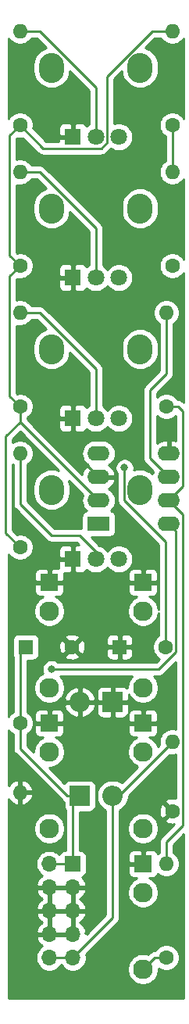
<source format=gbr>
%TF.GenerationSoftware,KiCad,Pcbnew,5.1.7-1.fc31*%
%TF.CreationDate,2021-04-20T15:52:53-04:00*%
%TF.ProjectId,4xmixer,34786d69-7865-4722-9e6b-696361645f70,rev?*%
%TF.SameCoordinates,Original*%
%TF.FileFunction,Copper,L1,Top*%
%TF.FilePolarity,Positive*%
%FSLAX46Y46*%
G04 Gerber Fmt 4.6, Leading zero omitted, Abs format (unit mm)*
G04 Created by KiCad (PCBNEW 5.1.7-1.fc31) date 2021-04-20 15:52:53*
%MOMM*%
%LPD*%
G01*
G04 APERTURE LIST*
%TA.AperFunction,ComponentPad*%
%ADD10O,2.400000X1.600000*%
%TD*%
%TA.AperFunction,ComponentPad*%
%ADD11R,2.400000X1.600000*%
%TD*%
%TA.AperFunction,ComponentPad*%
%ADD12O,1.600000X1.600000*%
%TD*%
%TA.AperFunction,ComponentPad*%
%ADD13C,1.600000*%
%TD*%
%TA.AperFunction,ComponentPad*%
%ADD14O,2.720000X3.240000*%
%TD*%
%TA.AperFunction,ComponentPad*%
%ADD15C,1.800000*%
%TD*%
%TA.AperFunction,ComponentPad*%
%ADD16R,1.800000X1.800000*%
%TD*%
%TA.AperFunction,ComponentPad*%
%ADD17C,2.130000*%
%TD*%
%TA.AperFunction,ComponentPad*%
%ADD18R,1.930000X1.830000*%
%TD*%
%TA.AperFunction,ComponentPad*%
%ADD19O,1.700000X1.700000*%
%TD*%
%TA.AperFunction,ComponentPad*%
%ADD20R,1.700000X1.700000*%
%TD*%
%TA.AperFunction,ComponentPad*%
%ADD21O,2.200000X2.200000*%
%TD*%
%TA.AperFunction,ComponentPad*%
%ADD22R,2.200000X2.200000*%
%TD*%
%TA.AperFunction,ComponentPad*%
%ADD23R,1.600000X1.600000*%
%TD*%
%TA.AperFunction,ViaPad*%
%ADD24C,0.800000*%
%TD*%
%TA.AperFunction,Conductor*%
%ADD25C,0.250000*%
%TD*%
%TA.AperFunction,Conductor*%
%ADD26C,0.254000*%
%TD*%
%TA.AperFunction,Conductor*%
%ADD27C,0.100000*%
%TD*%
G04 APERTURE END LIST*
D10*
%TO.P,U1,8*%
%TO.N,+12V*%
X43434000Y-74930000D03*
%TO.P,U1,4*%
%TO.N,-12V*%
X35814000Y-67310000D03*
%TO.P,U1,7*%
%TO.N,Net-(R7-Pad1)*%
X43434000Y-72390000D03*
%TO.P,U1,3*%
%TO.N,GND*%
X35814000Y-69850000D03*
%TO.P,U1,6*%
%TO.N,Net-(R6-Pad1)*%
X43434000Y-69850000D03*
%TO.P,U1,2*%
%TO.N,Net-(R1-Pad1)*%
X35814000Y-72390000D03*
%TO.P,U1,5*%
%TO.N,GND*%
X43434000Y-67310000D03*
D11*
%TO.P,U1,1*%
%TO.N,Net-(R5-Pad1)*%
X35814000Y-74930000D03*
%TD*%
D12*
%TO.P,R8,2*%
%TO.N,Net-(R7-Pad1)*%
X43180000Y-111760000D03*
D13*
%TO.P,R8,1*%
%TO.N,Net-(J6-PadT)*%
X43180000Y-121920000D03*
%TD*%
D12*
%TO.P,R7,2*%
%TO.N,Net-(R6-Pad1)*%
X43180000Y-52070000D03*
D13*
%TO.P,R7,1*%
%TO.N,Net-(R7-Pad1)*%
X43180000Y-62230000D03*
%TD*%
D12*
%TO.P,R6,2*%
%TO.N,Net-(R5-Pad1)*%
X43815000Y-36830000D03*
D13*
%TO.P,R6,1*%
%TO.N,Net-(R6-Pad1)*%
X43815000Y-46990000D03*
%TD*%
D12*
%TO.P,R5,2*%
%TO.N,Net-(R1-Pad1)*%
X43815000Y-21590000D03*
D13*
%TO.P,R5,1*%
%TO.N,Net-(R5-Pad1)*%
X43815000Y-31750000D03*
%TD*%
D12*
%TO.P,R4,2*%
%TO.N,Net-(P4-Pad2)*%
X27305000Y-67310000D03*
D13*
%TO.P,R4,1*%
%TO.N,Net-(R1-Pad1)*%
X27305000Y-77470000D03*
%TD*%
D12*
%TO.P,R3,2*%
%TO.N,Net-(P3-Pad2)*%
X27305000Y-52070000D03*
D13*
%TO.P,R3,1*%
%TO.N,Net-(R1-Pad1)*%
X27305000Y-62230000D03*
%TD*%
D12*
%TO.P,R2,2*%
%TO.N,Net-(P2-Pad2)*%
X27305000Y-36830000D03*
D13*
%TO.P,R2,1*%
%TO.N,Net-(R1-Pad1)*%
X27305000Y-46990000D03*
%TD*%
D12*
%TO.P,R1,2*%
%TO.N,Net-(P1-Pad2)*%
X27305000Y-21590000D03*
D13*
%TO.P,R1,1*%
%TO.N,Net-(R1-Pad1)*%
X27305000Y-31750000D03*
%TD*%
D14*
%TO.P,P4,*%
%TO.N,*%
X30720000Y-71240000D03*
X40320000Y-71240000D03*
D15*
%TO.P,P4,3*%
%TO.N,Net-(J4-PadT)*%
X38020000Y-78740000D03*
%TO.P,P4,2*%
%TO.N,Net-(P4-Pad2)*%
X35520000Y-78740000D03*
D16*
%TO.P,P4,1*%
%TO.N,GND*%
X33020000Y-78740000D03*
%TD*%
D14*
%TO.P,P3,*%
%TO.N,*%
X30720000Y-56000000D03*
X40320000Y-56000000D03*
D15*
%TO.P,P3,3*%
%TO.N,Net-(J3-PadT)*%
X38020000Y-63500000D03*
%TO.P,P3,2*%
%TO.N,Net-(P3-Pad2)*%
X35520000Y-63500000D03*
D16*
%TO.P,P3,1*%
%TO.N,GND*%
X33020000Y-63500000D03*
%TD*%
D14*
%TO.P,P2,*%
%TO.N,*%
X30720000Y-40760000D03*
X40320000Y-40760000D03*
D15*
%TO.P,P2,3*%
%TO.N,Net-(J2-PadT)*%
X38020000Y-48260000D03*
%TO.P,P2,2*%
%TO.N,Net-(P2-Pad2)*%
X35520000Y-48260000D03*
D16*
%TO.P,P2,1*%
%TO.N,GND*%
X33020000Y-48260000D03*
%TD*%
D14*
%TO.P,P1,*%
%TO.N,*%
X30720000Y-25520000D03*
X40320000Y-25520000D03*
D15*
%TO.P,P1,3*%
%TO.N,Net-(J1-PadT)*%
X38020000Y-33020000D03*
%TO.P,P1,2*%
%TO.N,Net-(P1-Pad2)*%
X35520000Y-33020000D03*
D16*
%TO.P,P1,1*%
%TO.N,GND*%
X33020000Y-33020000D03*
%TD*%
D17*
%TO.P,J6,TN*%
%TO.N,N/C*%
X40640000Y-114860000D03*
D18*
%TO.P,J6,S*%
%TO.N,GND*%
X40640000Y-111760000D03*
D17*
%TO.P,J6,T*%
%TO.N,Net-(J6-PadT)*%
X40640000Y-123160000D03*
%TD*%
D19*
%TO.P,J5,10*%
%TO.N,-12V*%
X30480000Y-121920000D03*
%TO.P,J5,9*%
X33020000Y-121920000D03*
%TO.P,J5,8*%
%TO.N,GND*%
X30480000Y-119380000D03*
%TO.P,J5,7*%
X33020000Y-119380000D03*
%TO.P,J5,6*%
X30480000Y-116840000D03*
%TO.P,J5,5*%
X33020000Y-116840000D03*
%TO.P,J5,4*%
X30480000Y-114300000D03*
%TO.P,J5,3*%
X33020000Y-114300000D03*
%TO.P,J5,2*%
%TO.N,+12V*%
X30480000Y-111760000D03*
D20*
%TO.P,J5,1*%
X33020000Y-111760000D03*
%TD*%
D17*
%TO.P,J4,T*%
%TO.N,Net-(J4-PadT)*%
X40640000Y-107920000D03*
D18*
%TO.P,J4,S*%
%TO.N,GND*%
X40640000Y-96520000D03*
D17*
%TO.P,J4,TN*%
%TO.N,N/C*%
X40640000Y-99620000D03*
%TD*%
%TO.P,J3,TN*%
%TO.N,N/C*%
X30480000Y-99620000D03*
D18*
%TO.P,J3,S*%
%TO.N,GND*%
X30480000Y-96520000D03*
D17*
%TO.P,J3,T*%
%TO.N,Net-(J3-PadT)*%
X30480000Y-107920000D03*
%TD*%
%TO.P,J2,T*%
%TO.N,Net-(J2-PadT)*%
X40640000Y-92680000D03*
D18*
%TO.P,J2,S*%
%TO.N,GND*%
X40640000Y-81280000D03*
D17*
%TO.P,J2,TN*%
%TO.N,N/C*%
X40640000Y-84380000D03*
%TD*%
%TO.P,J1,T*%
%TO.N,Net-(J1-PadT)*%
X30480000Y-92680000D03*
D18*
%TO.P,J1,S*%
%TO.N,GND*%
X30480000Y-81280000D03*
D17*
%TO.P,J1,TN*%
%TO.N,N/C*%
X30480000Y-84380000D03*
%TD*%
D21*
%TO.P,D2,2*%
%TO.N,-12V*%
X37338000Y-104394000D03*
D22*
%TO.P,D2,1*%
%TO.N,GND*%
X37338000Y-94234000D03*
%TD*%
D21*
%TO.P,D1,2*%
%TO.N,GND*%
X33782000Y-94234000D03*
D22*
%TO.P,D1,1*%
%TO.N,+12V*%
X33782000Y-104394000D03*
%TD*%
D13*
%TO.P,C4,2*%
%TO.N,-12V*%
X43100000Y-88265000D03*
D23*
%TO.P,C4,1*%
%TO.N,GND*%
X38100000Y-88265000D03*
%TD*%
D13*
%TO.P,C3,2*%
%TO.N,GND*%
X32940000Y-88265000D03*
D23*
%TO.P,C3,1*%
%TO.N,+12V*%
X27940000Y-88265000D03*
%TD*%
D12*
%TO.P,C2,2*%
%TO.N,-12V*%
X43815000Y-98545000D03*
D13*
%TO.P,C2,1*%
%TO.N,GND*%
X43815000Y-106045000D03*
%TD*%
D12*
%TO.P,C1,2*%
%TO.N,GND*%
X27305000Y-104020000D03*
D13*
%TO.P,C1,1*%
%TO.N,+12V*%
X27305000Y-96520000D03*
%TD*%
D24*
%TO.N,GND*%
X33528000Y-71882000D03*
X30734000Y-74168000D03*
X44450000Y-49276000D03*
X44450000Y-43688000D03*
X43688000Y-65024000D03*
X33528000Y-68580000D03*
%TO.N,+12V*%
X30734000Y-90678000D03*
%TO.N,-12V*%
X38634990Y-68860990D03*
%TD*%
D25*
%TO.N,GND*%
X33020000Y-67056000D02*
X35814000Y-69850000D01*
X33020000Y-63500000D02*
X33020000Y-67056000D01*
%TO.N,+12V*%
X30480000Y-111760000D02*
X33020000Y-111760000D01*
X33020000Y-105156000D02*
X33782000Y-104394000D01*
X33020000Y-111760000D02*
X33020000Y-105156000D01*
X27305000Y-88900000D02*
X27940000Y-88265000D01*
X27305000Y-96520000D02*
X27305000Y-88900000D01*
X32432000Y-104394000D02*
X33782000Y-104394000D01*
X27305000Y-99267000D02*
X32432000Y-104394000D01*
X27305000Y-96520000D02*
X27305000Y-99267000D01*
X44225001Y-75721001D02*
X43434000Y-74930000D01*
X44225001Y-88805001D02*
X44225001Y-75721001D01*
X42352002Y-90678000D02*
X44225001Y-88805001D01*
X42352002Y-90678000D02*
X30734000Y-90678000D01*
X30734000Y-90678000D02*
X30734000Y-90678000D01*
%TO.N,-12V*%
X37966000Y-104394000D02*
X43815000Y-98545000D01*
X37338000Y-104394000D02*
X37966000Y-104394000D01*
X37338000Y-117602000D02*
X33020000Y-121920000D01*
X37338000Y-104394000D02*
X37338000Y-117602000D01*
X30480000Y-121920000D02*
X33020000Y-121920000D01*
X43100000Y-88265000D02*
X43100000Y-80946000D01*
X43100000Y-80946000D02*
X43100000Y-76882000D01*
X38634990Y-72416990D02*
X38634990Y-69622990D01*
X43100000Y-76882000D02*
X38634990Y-72416990D01*
X38634990Y-69622990D02*
X38608000Y-69596000D01*
X38634990Y-69622990D02*
X38634990Y-68860990D01*
X38634990Y-68860990D02*
X38634990Y-68860990D01*
%TO.N,Net-(J6-PadT)*%
X41880000Y-121920000D02*
X43180000Y-121920000D01*
X40640000Y-123160000D02*
X41880000Y-121920000D01*
%TO.N,Net-(P1-Pad2)*%
X29432963Y-21590000D02*
X27305000Y-21590000D01*
X35520000Y-27677037D02*
X29432963Y-21590000D01*
X35520000Y-33020000D02*
X35520000Y-27677037D01*
%TO.N,Net-(P2-Pad2)*%
X29432963Y-36830000D02*
X27305000Y-36830000D01*
X35520000Y-42917037D02*
X29432963Y-36830000D01*
X35520000Y-48260000D02*
X35520000Y-42917037D01*
%TO.N,Net-(P3-Pad2)*%
X35520000Y-58157037D02*
X35520000Y-63500000D01*
X29432963Y-52070000D02*
X35520000Y-58157037D01*
X27305000Y-52070000D02*
X29432963Y-52070000D01*
%TO.N,Net-(P4-Pad2)*%
X27305000Y-67310000D02*
X27305000Y-72771000D01*
X35520000Y-78740000D02*
X35520000Y-77938000D01*
X35520000Y-77938000D02*
X33782000Y-76200000D01*
X30734000Y-76200000D02*
X27305000Y-72771000D01*
X33782000Y-76200000D02*
X30734000Y-76200000D01*
%TO.N,Net-(R1-Pad1)*%
X27305000Y-63881000D02*
X35814000Y-72390000D01*
X27305000Y-62230000D02*
X27305000Y-63881000D01*
X29800001Y-34245001D02*
X27305000Y-31750000D01*
X36108001Y-34245001D02*
X29800001Y-34245001D01*
X36745001Y-33608001D02*
X36108001Y-34245001D01*
X41607037Y-21590000D02*
X36745001Y-26452036D01*
X36745001Y-26452036D02*
X36745001Y-33608001D01*
X43815000Y-21590000D02*
X41607037Y-21590000D01*
X26179999Y-45864999D02*
X27305000Y-46990000D01*
X26179999Y-32875001D02*
X26179999Y-45864999D01*
X27305000Y-31750000D02*
X26179999Y-32875001D01*
X26179999Y-61104999D02*
X27305000Y-62230000D01*
X26179999Y-48115001D02*
X26179999Y-61104999D01*
X27305000Y-46990000D02*
X26179999Y-48115001D01*
X27305000Y-77470000D02*
X25750010Y-75915010D01*
X25750010Y-65435990D02*
X27305000Y-63881000D01*
X25750010Y-75915010D02*
X25750010Y-65435990D01*
%TO.N,Net-(R5-Pad1)*%
X43815000Y-31750000D02*
X43815000Y-36830000D01*
%TO.N,Net-(R6-Pad1)*%
X43180000Y-58674000D02*
X43180000Y-52070000D01*
X41402000Y-60452000D02*
X43180000Y-58674000D01*
X43434000Y-69850000D02*
X41402000Y-67818000D01*
X41402000Y-67818000D02*
X41402000Y-60452000D01*
%TO.N,Net-(R7-Pad1)*%
X43180000Y-111760000D02*
X43180000Y-109377990D01*
X44959010Y-73915010D02*
X43434000Y-72390000D01*
X43180000Y-109377990D02*
X44959010Y-107598980D01*
X44959010Y-107598980D02*
X44959010Y-73915010D01*
X44450000Y-62230000D02*
X43180000Y-62230000D01*
X44959010Y-62739010D02*
X44450000Y-62230000D01*
X43434000Y-72390000D02*
X44959010Y-70864990D01*
X44959010Y-70864990D02*
X44959010Y-62739010D01*
%TD*%
D26*
%TO.N,GND*%
X45060001Y-31030345D02*
X44929637Y-30835241D01*
X44729759Y-30635363D01*
X44494727Y-30478320D01*
X44233574Y-30370147D01*
X43956335Y-30315000D01*
X43673665Y-30315000D01*
X43396426Y-30370147D01*
X43135273Y-30478320D01*
X42900241Y-30635363D01*
X42700363Y-30835241D01*
X42543320Y-31070273D01*
X42435147Y-31331426D01*
X42380000Y-31608665D01*
X42380000Y-31891335D01*
X42435147Y-32168574D01*
X42543320Y-32429727D01*
X42700363Y-32664759D01*
X42900241Y-32864637D01*
X43055000Y-32968044D01*
X43055001Y-35611956D01*
X42900241Y-35715363D01*
X42700363Y-35915241D01*
X42543320Y-36150273D01*
X42435147Y-36411426D01*
X42380000Y-36688665D01*
X42380000Y-36971335D01*
X42435147Y-37248574D01*
X42543320Y-37509727D01*
X42700363Y-37744759D01*
X42900241Y-37944637D01*
X43135273Y-38101680D01*
X43396426Y-38209853D01*
X43673665Y-38265000D01*
X43956335Y-38265000D01*
X44233574Y-38209853D01*
X44494727Y-38101680D01*
X44729759Y-37944637D01*
X44929637Y-37744759D01*
X45060001Y-37549655D01*
X45060001Y-46270345D01*
X44929637Y-46075241D01*
X44729759Y-45875363D01*
X44494727Y-45718320D01*
X44233574Y-45610147D01*
X43956335Y-45555000D01*
X43673665Y-45555000D01*
X43396426Y-45610147D01*
X43135273Y-45718320D01*
X42900241Y-45875363D01*
X42700363Y-46075241D01*
X42543320Y-46310273D01*
X42435147Y-46571426D01*
X42380000Y-46848665D01*
X42380000Y-47131335D01*
X42435147Y-47408574D01*
X42543320Y-47669727D01*
X42700363Y-47904759D01*
X42900241Y-48104637D01*
X43135273Y-48261680D01*
X43396426Y-48369853D01*
X43673665Y-48425000D01*
X43956335Y-48425000D01*
X44233574Y-48369853D01*
X44494727Y-48261680D01*
X44729759Y-48104637D01*
X44929637Y-47904759D01*
X45060001Y-47709655D01*
X45060001Y-61765200D01*
X45013804Y-61719003D01*
X44990001Y-61689999D01*
X44874276Y-61595026D01*
X44742247Y-61524454D01*
X44598986Y-61480997D01*
X44487333Y-61470000D01*
X44487322Y-61470000D01*
X44450000Y-61466324D01*
X44412678Y-61470000D01*
X44398043Y-61470000D01*
X44294637Y-61315241D01*
X44094759Y-61115363D01*
X43859727Y-60958320D01*
X43598574Y-60850147D01*
X43321335Y-60795000D01*
X43038665Y-60795000D01*
X42761426Y-60850147D01*
X42500273Y-60958320D01*
X42265241Y-61115363D01*
X42162000Y-61218604D01*
X42162000Y-60766801D01*
X43691004Y-59237798D01*
X43720001Y-59214001D01*
X43814974Y-59098276D01*
X43885546Y-58966247D01*
X43929003Y-58822986D01*
X43940000Y-58711333D01*
X43940000Y-58711325D01*
X43943676Y-58674000D01*
X43940000Y-58636675D01*
X43940000Y-53288043D01*
X44094759Y-53184637D01*
X44294637Y-52984759D01*
X44451680Y-52749727D01*
X44559853Y-52488574D01*
X44615000Y-52211335D01*
X44615000Y-51928665D01*
X44559853Y-51651426D01*
X44451680Y-51390273D01*
X44294637Y-51155241D01*
X44094759Y-50955363D01*
X43859727Y-50798320D01*
X43598574Y-50690147D01*
X43321335Y-50635000D01*
X43038665Y-50635000D01*
X42761426Y-50690147D01*
X42500273Y-50798320D01*
X42265241Y-50955363D01*
X42065363Y-51155241D01*
X41908320Y-51390273D01*
X41800147Y-51651426D01*
X41745000Y-51928665D01*
X41745000Y-52211335D01*
X41800147Y-52488574D01*
X41908320Y-52749727D01*
X42065363Y-52984759D01*
X42265241Y-53184637D01*
X42420001Y-53288044D01*
X42420000Y-58359198D01*
X40890998Y-59888201D01*
X40862000Y-59911999D01*
X40838202Y-59940997D01*
X40838201Y-59940998D01*
X40767026Y-60027724D01*
X40696454Y-60159754D01*
X40666180Y-60259558D01*
X40652998Y-60303014D01*
X40642001Y-60414667D01*
X40638324Y-60452000D01*
X40642001Y-60489332D01*
X40642000Y-67780678D01*
X40638324Y-67818000D01*
X40642000Y-67855322D01*
X40642000Y-67855332D01*
X40652997Y-67966985D01*
X40692531Y-68097313D01*
X40696454Y-68110246D01*
X40767026Y-68242276D01*
X40806871Y-68290826D01*
X40861999Y-68358001D01*
X40891003Y-68381804D01*
X41738592Y-69229393D01*
X41701818Y-69298192D01*
X41644737Y-69486366D01*
X41433725Y-69313193D01*
X41087147Y-69127943D01*
X40711088Y-69013867D01*
X40320000Y-68975348D01*
X39928913Y-69013867D01*
X39642581Y-69100725D01*
X39669990Y-68962929D01*
X39669990Y-68759051D01*
X39630216Y-68559092D01*
X39552195Y-68370734D01*
X39438927Y-68201216D01*
X39294764Y-68057053D01*
X39125246Y-67943785D01*
X38936888Y-67865764D01*
X38736929Y-67825990D01*
X38533051Y-67825990D01*
X38333092Y-67865764D01*
X38144734Y-67943785D01*
X37975216Y-68057053D01*
X37831053Y-68201216D01*
X37717785Y-68370734D01*
X37639764Y-68559092D01*
X37599990Y-68759051D01*
X37599990Y-68962929D01*
X37639764Y-69162888D01*
X37717785Y-69351246D01*
X37831053Y-69520764D01*
X37849880Y-69539591D01*
X37844324Y-69596000D01*
X37858998Y-69744985D01*
X37874991Y-69797709D01*
X37874990Y-72379667D01*
X37871314Y-72416990D01*
X37874990Y-72454312D01*
X37874990Y-72454322D01*
X37885987Y-72565975D01*
X37917939Y-72671309D01*
X37929444Y-72709236D01*
X38000016Y-72841266D01*
X38039861Y-72889816D01*
X38094989Y-72956991D01*
X38123993Y-72980794D01*
X42340001Y-77196803D01*
X42340000Y-80983332D01*
X42340001Y-80983342D01*
X42340000Y-84212565D01*
X42274670Y-83884128D01*
X42146521Y-83574748D01*
X41960477Y-83296313D01*
X41723687Y-83059523D01*
X41445252Y-82873479D01*
X41344860Y-82831895D01*
X41605000Y-82833072D01*
X41729482Y-82820812D01*
X41849180Y-82784502D01*
X41959494Y-82725537D01*
X42056185Y-82646185D01*
X42135537Y-82549494D01*
X42194502Y-82439180D01*
X42230812Y-82319482D01*
X42243072Y-82195000D01*
X42240000Y-81565750D01*
X42081250Y-81407000D01*
X40767000Y-81407000D01*
X40767000Y-81427000D01*
X40513000Y-81427000D01*
X40513000Y-81407000D01*
X39198750Y-81407000D01*
X39040000Y-81565750D01*
X39036928Y-82195000D01*
X39049188Y-82319482D01*
X39085498Y-82439180D01*
X39144463Y-82549494D01*
X39223815Y-82646185D01*
X39320506Y-82725537D01*
X39430820Y-82784502D01*
X39550518Y-82820812D01*
X39675000Y-82833072D01*
X39935140Y-82831895D01*
X39834748Y-82873479D01*
X39556313Y-83059523D01*
X39319523Y-83296313D01*
X39133479Y-83574748D01*
X39005330Y-83884128D01*
X38940000Y-84212565D01*
X38940000Y-84547435D01*
X39005330Y-84875872D01*
X39133479Y-85185252D01*
X39319523Y-85463687D01*
X39556313Y-85700477D01*
X39834748Y-85886521D01*
X40144128Y-86014670D01*
X40472565Y-86080000D01*
X40807435Y-86080000D01*
X41135872Y-86014670D01*
X41445252Y-85886521D01*
X41723687Y-85700477D01*
X41960477Y-85463687D01*
X42146521Y-85185252D01*
X42274670Y-84875872D01*
X42340000Y-84547435D01*
X42340000Y-87046956D01*
X42185241Y-87150363D01*
X41985363Y-87350241D01*
X41828320Y-87585273D01*
X41720147Y-87846426D01*
X41665000Y-88123665D01*
X41665000Y-88406335D01*
X41720147Y-88683574D01*
X41828320Y-88944727D01*
X41985363Y-89179759D01*
X42185241Y-89379637D01*
X42419223Y-89535978D01*
X42037201Y-89918000D01*
X31437711Y-89918000D01*
X31393774Y-89874063D01*
X31224256Y-89760795D01*
X31035898Y-89682774D01*
X30835939Y-89643000D01*
X30632061Y-89643000D01*
X30432102Y-89682774D01*
X30243744Y-89760795D01*
X30074226Y-89874063D01*
X29930063Y-90018226D01*
X29816795Y-90187744D01*
X29738774Y-90376102D01*
X29699000Y-90576061D01*
X29699000Y-90779939D01*
X29738774Y-90979898D01*
X29797839Y-91122493D01*
X29674748Y-91173479D01*
X29396313Y-91359523D01*
X29159523Y-91596313D01*
X28973479Y-91874748D01*
X28845330Y-92184128D01*
X28780000Y-92512565D01*
X28780000Y-92847435D01*
X28845330Y-93175872D01*
X28973479Y-93485252D01*
X29159523Y-93763687D01*
X29396313Y-94000477D01*
X29674748Y-94186521D01*
X29984128Y-94314670D01*
X30312565Y-94380000D01*
X30647435Y-94380000D01*
X30975872Y-94314670D01*
X31285252Y-94186521D01*
X31563687Y-94000477D01*
X31726287Y-93837877D01*
X32092821Y-93837877D01*
X32210400Y-94107000D01*
X33655000Y-94107000D01*
X33655000Y-92662875D01*
X33909000Y-92662875D01*
X33909000Y-94107000D01*
X35353600Y-94107000D01*
X35471179Y-93837877D01*
X35361442Y-93515946D01*
X35191008Y-93221609D01*
X35113981Y-93134000D01*
X35599928Y-93134000D01*
X35603000Y-93948250D01*
X35761750Y-94107000D01*
X37211000Y-94107000D01*
X37211000Y-92657750D01*
X37052250Y-92499000D01*
X36238000Y-92495928D01*
X36113518Y-92508188D01*
X35993820Y-92544498D01*
X35883506Y-92603463D01*
X35786815Y-92682815D01*
X35707463Y-92779506D01*
X35648498Y-92889820D01*
X35612188Y-93009518D01*
X35599928Y-93134000D01*
X35113981Y-93134000D01*
X34966427Y-92966178D01*
X34696329Y-92759469D01*
X34391094Y-92609425D01*
X34178122Y-92544825D01*
X33909000Y-92662875D01*
X33655000Y-92662875D01*
X33385878Y-92544825D01*
X33172906Y-92609425D01*
X32867671Y-92759469D01*
X32597573Y-92966178D01*
X32372992Y-93221609D01*
X32202558Y-93515946D01*
X32092821Y-93837877D01*
X31726287Y-93837877D01*
X31800477Y-93763687D01*
X31986521Y-93485252D01*
X32114670Y-93175872D01*
X32180000Y-92847435D01*
X32180000Y-92512565D01*
X32114670Y-92184128D01*
X31986521Y-91874748D01*
X31800477Y-91596313D01*
X31642164Y-91438000D01*
X39477836Y-91438000D01*
X39319523Y-91596313D01*
X39133479Y-91874748D01*
X39005330Y-92184128D01*
X38940000Y-92512565D01*
X38940000Y-92744733D01*
X38889185Y-92682815D01*
X38792494Y-92603463D01*
X38682180Y-92544498D01*
X38562482Y-92508188D01*
X38438000Y-92495928D01*
X37623750Y-92499000D01*
X37465000Y-92657750D01*
X37465000Y-94107000D01*
X38914250Y-94107000D01*
X39073000Y-93948250D01*
X39075277Y-93344739D01*
X39133479Y-93485252D01*
X39319523Y-93763687D01*
X39556313Y-94000477D01*
X39834748Y-94186521D01*
X40144128Y-94314670D01*
X40472565Y-94380000D01*
X40807435Y-94380000D01*
X41135872Y-94314670D01*
X41445252Y-94186521D01*
X41723687Y-94000477D01*
X41960477Y-93763687D01*
X42146521Y-93485252D01*
X42274670Y-93175872D01*
X42340000Y-92847435D01*
X42340000Y-92512565D01*
X42274670Y-92184128D01*
X42146521Y-91874748D01*
X41960477Y-91596313D01*
X41802164Y-91438000D01*
X42314680Y-91438000D01*
X42352002Y-91441676D01*
X42389324Y-91438000D01*
X42389335Y-91438000D01*
X42500988Y-91427003D01*
X42644249Y-91383546D01*
X42776278Y-91312974D01*
X42892003Y-91218001D01*
X42915806Y-91188997D01*
X44199011Y-89905793D01*
X44199010Y-97158272D01*
X43956335Y-97110000D01*
X43673665Y-97110000D01*
X43396426Y-97165147D01*
X43135273Y-97273320D01*
X42900241Y-97430363D01*
X42700363Y-97630241D01*
X42543320Y-97865273D01*
X42435147Y-98126426D01*
X42380000Y-98403665D01*
X42380000Y-98686335D01*
X42416312Y-98868886D01*
X42241397Y-99043801D01*
X42146521Y-98814748D01*
X41960477Y-98536313D01*
X41723687Y-98299523D01*
X41445252Y-98113479D01*
X41344860Y-98071895D01*
X41605000Y-98073072D01*
X41729482Y-98060812D01*
X41849180Y-98024502D01*
X41959494Y-97965537D01*
X42056185Y-97886185D01*
X42135537Y-97789494D01*
X42194502Y-97679180D01*
X42230812Y-97559482D01*
X42243072Y-97435000D01*
X42240000Y-96805750D01*
X42081250Y-96647000D01*
X40767000Y-96647000D01*
X40767000Y-96667000D01*
X40513000Y-96667000D01*
X40513000Y-96647000D01*
X39198750Y-96647000D01*
X39040000Y-96805750D01*
X39036928Y-97435000D01*
X39049188Y-97559482D01*
X39085498Y-97679180D01*
X39144463Y-97789494D01*
X39223815Y-97886185D01*
X39320506Y-97965537D01*
X39430820Y-98024502D01*
X39550518Y-98060812D01*
X39675000Y-98073072D01*
X39935140Y-98071895D01*
X39834748Y-98113479D01*
X39556313Y-98299523D01*
X39319523Y-98536313D01*
X39133479Y-98814748D01*
X39005330Y-99124128D01*
X38940000Y-99452565D01*
X38940000Y-99787435D01*
X39005330Y-100115872D01*
X39133479Y-100425252D01*
X39319523Y-100703687D01*
X39556313Y-100940477D01*
X39834748Y-101126521D01*
X40063801Y-101221398D01*
X38321028Y-102964171D01*
X38159831Y-102856463D01*
X37844081Y-102725675D01*
X37508883Y-102659000D01*
X37167117Y-102659000D01*
X36831919Y-102725675D01*
X36516169Y-102856463D01*
X36232002Y-103046337D01*
X35990337Y-103288002D01*
X35800463Y-103572169D01*
X35669675Y-103887919D01*
X35603000Y-104223117D01*
X35603000Y-104564883D01*
X35669675Y-104900081D01*
X35800463Y-105215831D01*
X35990337Y-105499998D01*
X36232002Y-105741663D01*
X36516169Y-105931537D01*
X36578000Y-105957148D01*
X36578001Y-117287197D01*
X34505000Y-119360199D01*
X34505000Y-119252998D01*
X34340156Y-119252998D01*
X34461476Y-119023110D01*
X34416825Y-118875901D01*
X34291641Y-118613080D01*
X34117588Y-118379731D01*
X33901355Y-118184822D01*
X33775745Y-118110000D01*
X33901355Y-118035178D01*
X34117588Y-117840269D01*
X34291641Y-117606920D01*
X34416825Y-117344099D01*
X34461476Y-117196890D01*
X34340155Y-116967000D01*
X33147000Y-116967000D01*
X33147000Y-119253000D01*
X33167000Y-119253000D01*
X33167000Y-119507000D01*
X33147000Y-119507000D01*
X33147000Y-119527000D01*
X32893000Y-119527000D01*
X32893000Y-119507000D01*
X30607000Y-119507000D01*
X30607000Y-119527000D01*
X30353000Y-119527000D01*
X30353000Y-119507000D01*
X29159845Y-119507000D01*
X29038524Y-119736890D01*
X29083175Y-119884099D01*
X29208359Y-120146920D01*
X29382412Y-120380269D01*
X29598645Y-120575178D01*
X29715534Y-120644805D01*
X29533368Y-120766525D01*
X29326525Y-120973368D01*
X29164010Y-121216589D01*
X29052068Y-121486842D01*
X28995000Y-121773740D01*
X28995000Y-122066260D01*
X29052068Y-122353158D01*
X29164010Y-122623411D01*
X29326525Y-122866632D01*
X29533368Y-123073475D01*
X29776589Y-123235990D01*
X30046842Y-123347932D01*
X30333740Y-123405000D01*
X30626260Y-123405000D01*
X30913158Y-123347932D01*
X31183411Y-123235990D01*
X31426632Y-123073475D01*
X31633475Y-122866632D01*
X31750000Y-122692240D01*
X31866525Y-122866632D01*
X32073368Y-123073475D01*
X32316589Y-123235990D01*
X32586842Y-123347932D01*
X32873740Y-123405000D01*
X33166260Y-123405000D01*
X33453158Y-123347932D01*
X33723411Y-123235990D01*
X33966632Y-123073475D01*
X34047542Y-122992565D01*
X38940000Y-122992565D01*
X38940000Y-123327435D01*
X39005330Y-123655872D01*
X39133479Y-123965252D01*
X39319523Y-124243687D01*
X39556313Y-124480477D01*
X39834748Y-124666521D01*
X40144128Y-124794670D01*
X40472565Y-124860000D01*
X40807435Y-124860000D01*
X41135872Y-124794670D01*
X41445252Y-124666521D01*
X41723687Y-124480477D01*
X41960477Y-124243687D01*
X42146521Y-123965252D01*
X42274670Y-123655872D01*
X42340000Y-123327435D01*
X42340000Y-123084589D01*
X42500273Y-123191680D01*
X42761426Y-123299853D01*
X43038665Y-123355000D01*
X43321335Y-123355000D01*
X43598574Y-123299853D01*
X43859727Y-123191680D01*
X44094759Y-123034637D01*
X44294637Y-122834759D01*
X44451680Y-122599727D01*
X44559853Y-122338574D01*
X44615000Y-122061335D01*
X44615000Y-121778665D01*
X44559853Y-121501426D01*
X44451680Y-121240273D01*
X44294637Y-121005241D01*
X44094759Y-120805363D01*
X43859727Y-120648320D01*
X43598574Y-120540147D01*
X43321335Y-120485000D01*
X43038665Y-120485000D01*
X42761426Y-120540147D01*
X42500273Y-120648320D01*
X42265241Y-120805363D01*
X42065363Y-121005241D01*
X41961957Y-121160000D01*
X41917323Y-121160000D01*
X41880000Y-121156324D01*
X41842677Y-121160000D01*
X41842667Y-121160000D01*
X41731014Y-121170997D01*
X41587753Y-121214454D01*
X41455724Y-121285026D01*
X41339999Y-121379999D01*
X41316201Y-121408997D01*
X41181124Y-121544074D01*
X41135872Y-121525330D01*
X40807435Y-121460000D01*
X40472565Y-121460000D01*
X40144128Y-121525330D01*
X39834748Y-121653479D01*
X39556313Y-121839523D01*
X39319523Y-122076313D01*
X39133479Y-122354748D01*
X39005330Y-122664128D01*
X38940000Y-122992565D01*
X34047542Y-122992565D01*
X34173475Y-122866632D01*
X34335990Y-122623411D01*
X34447932Y-122353158D01*
X34505000Y-122066260D01*
X34505000Y-121773740D01*
X34461209Y-121553592D01*
X37849003Y-118165799D01*
X37878001Y-118142001D01*
X37972974Y-118026276D01*
X38043546Y-117894247D01*
X38087003Y-117750986D01*
X38098000Y-117639333D01*
X38098000Y-117639324D01*
X38101676Y-117602001D01*
X38098000Y-117564678D01*
X38098000Y-110845000D01*
X39036928Y-110845000D01*
X39040000Y-111474250D01*
X39198750Y-111633000D01*
X40513000Y-111633000D01*
X40513000Y-110368750D01*
X40354250Y-110210000D01*
X39675000Y-110206928D01*
X39550518Y-110219188D01*
X39430820Y-110255498D01*
X39320506Y-110314463D01*
X39223815Y-110393815D01*
X39144463Y-110490506D01*
X39085498Y-110600820D01*
X39049188Y-110720518D01*
X39036928Y-110845000D01*
X38098000Y-110845000D01*
X38098000Y-107752565D01*
X38940000Y-107752565D01*
X38940000Y-108087435D01*
X39005330Y-108415872D01*
X39133479Y-108725252D01*
X39319523Y-109003687D01*
X39556313Y-109240477D01*
X39834748Y-109426521D01*
X40144128Y-109554670D01*
X40472565Y-109620000D01*
X40807435Y-109620000D01*
X41135872Y-109554670D01*
X41445252Y-109426521D01*
X41723687Y-109240477D01*
X41960477Y-109003687D01*
X42146521Y-108725252D01*
X42274670Y-108415872D01*
X42340000Y-108087435D01*
X42340000Y-107752565D01*
X42274670Y-107424128D01*
X42146521Y-107114748D01*
X41960477Y-106836313D01*
X41723687Y-106599523D01*
X41445252Y-106413479D01*
X41135872Y-106285330D01*
X40807435Y-106220000D01*
X40472565Y-106220000D01*
X40144128Y-106285330D01*
X39834748Y-106413479D01*
X39556313Y-106599523D01*
X39319523Y-106836313D01*
X39133479Y-107114748D01*
X39005330Y-107424128D01*
X38940000Y-107752565D01*
X38098000Y-107752565D01*
X38098000Y-106115512D01*
X42374783Y-106115512D01*
X42416213Y-106395130D01*
X42511397Y-106661292D01*
X42578329Y-106786514D01*
X42822298Y-106858097D01*
X43635395Y-106045000D01*
X42822298Y-105231903D01*
X42578329Y-105303486D01*
X42457429Y-105558996D01*
X42388700Y-105833184D01*
X42374783Y-106115512D01*
X38098000Y-106115512D01*
X38098000Y-105957148D01*
X38159831Y-105931537D01*
X38443998Y-105741663D01*
X38685663Y-105499998D01*
X38875537Y-105215831D01*
X39006325Y-104900081D01*
X39073000Y-104564883D01*
X39073000Y-104361801D01*
X43491114Y-99943688D01*
X43673665Y-99980000D01*
X43956335Y-99980000D01*
X44199010Y-99931728D01*
X44199010Y-104661863D01*
X44026816Y-104618700D01*
X43744488Y-104604783D01*
X43464870Y-104646213D01*
X43198708Y-104741397D01*
X43073486Y-104808329D01*
X43001903Y-105052298D01*
X43815000Y-105865395D01*
X43829143Y-105851253D01*
X44008748Y-106030858D01*
X43994605Y-106045000D01*
X44008748Y-106059143D01*
X43829143Y-106238748D01*
X43815000Y-106224605D01*
X43001903Y-107037702D01*
X43073486Y-107281671D01*
X43328996Y-107402571D01*
X43603184Y-107471300D01*
X43885512Y-107485217D01*
X44017532Y-107465656D01*
X42668998Y-108814191D01*
X42640000Y-108837989D01*
X42616202Y-108866987D01*
X42616201Y-108866988D01*
X42545026Y-108953714D01*
X42474454Y-109085744D01*
X42430998Y-109229005D01*
X42416324Y-109377990D01*
X42420001Y-109415322D01*
X42420001Y-110541956D01*
X42265241Y-110645363D01*
X42221333Y-110689271D01*
X42194502Y-110600820D01*
X42135537Y-110490506D01*
X42056185Y-110393815D01*
X41959494Y-110314463D01*
X41849180Y-110255498D01*
X41729482Y-110219188D01*
X41605000Y-110206928D01*
X40925750Y-110210000D01*
X40767000Y-110368750D01*
X40767000Y-111633000D01*
X40787000Y-111633000D01*
X40787000Y-111887000D01*
X40767000Y-111887000D01*
X40767000Y-111907000D01*
X40513000Y-111907000D01*
X40513000Y-111887000D01*
X39198750Y-111887000D01*
X39040000Y-112045750D01*
X39036928Y-112675000D01*
X39049188Y-112799482D01*
X39085498Y-112919180D01*
X39144463Y-113029494D01*
X39223815Y-113126185D01*
X39320506Y-113205537D01*
X39430820Y-113264502D01*
X39550518Y-113300812D01*
X39675000Y-113313072D01*
X39935140Y-113311895D01*
X39834748Y-113353479D01*
X39556313Y-113539523D01*
X39319523Y-113776313D01*
X39133479Y-114054748D01*
X39005330Y-114364128D01*
X38940000Y-114692565D01*
X38940000Y-115027435D01*
X39005330Y-115355872D01*
X39133479Y-115665252D01*
X39319523Y-115943687D01*
X39556313Y-116180477D01*
X39834748Y-116366521D01*
X40144128Y-116494670D01*
X40472565Y-116560000D01*
X40807435Y-116560000D01*
X41135872Y-116494670D01*
X41445252Y-116366521D01*
X41723687Y-116180477D01*
X41960477Y-115943687D01*
X42146521Y-115665252D01*
X42274670Y-115355872D01*
X42340000Y-115027435D01*
X42340000Y-114692565D01*
X42274670Y-114364128D01*
X42146521Y-114054748D01*
X41960477Y-113776313D01*
X41723687Y-113539523D01*
X41445252Y-113353479D01*
X41344860Y-113311895D01*
X41605000Y-113313072D01*
X41729482Y-113300812D01*
X41849180Y-113264502D01*
X41959494Y-113205537D01*
X42056185Y-113126185D01*
X42135537Y-113029494D01*
X42194502Y-112919180D01*
X42221333Y-112830729D01*
X42265241Y-112874637D01*
X42500273Y-113031680D01*
X42761426Y-113139853D01*
X43038665Y-113195000D01*
X43321335Y-113195000D01*
X43598574Y-113139853D01*
X43859727Y-113031680D01*
X44094759Y-112874637D01*
X44294637Y-112674759D01*
X44451680Y-112439727D01*
X44559853Y-112178574D01*
X44615000Y-111901335D01*
X44615000Y-111618665D01*
X44559853Y-111341426D01*
X44451680Y-111080273D01*
X44294637Y-110845241D01*
X44094759Y-110645363D01*
X43940000Y-110541957D01*
X43940000Y-109692791D01*
X45060000Y-108572792D01*
X45060000Y-126340000D01*
X26060000Y-126340000D01*
X26060000Y-117196890D01*
X29038524Y-117196890D01*
X29083175Y-117344099D01*
X29208359Y-117606920D01*
X29382412Y-117840269D01*
X29598645Y-118035178D01*
X29724255Y-118110000D01*
X29598645Y-118184822D01*
X29382412Y-118379731D01*
X29208359Y-118613080D01*
X29083175Y-118875901D01*
X29038524Y-119023110D01*
X29159845Y-119253000D01*
X30353000Y-119253000D01*
X30353000Y-116967000D01*
X30607000Y-116967000D01*
X30607000Y-119253000D01*
X32893000Y-119253000D01*
X32893000Y-116967000D01*
X30607000Y-116967000D01*
X30353000Y-116967000D01*
X29159845Y-116967000D01*
X29038524Y-117196890D01*
X26060000Y-117196890D01*
X26060000Y-114656890D01*
X29038524Y-114656890D01*
X29083175Y-114804099D01*
X29208359Y-115066920D01*
X29382412Y-115300269D01*
X29598645Y-115495178D01*
X29724255Y-115570000D01*
X29598645Y-115644822D01*
X29382412Y-115839731D01*
X29208359Y-116073080D01*
X29083175Y-116335901D01*
X29038524Y-116483110D01*
X29159845Y-116713000D01*
X30353000Y-116713000D01*
X30353000Y-114427000D01*
X30607000Y-114427000D01*
X30607000Y-116713000D01*
X32893000Y-116713000D01*
X32893000Y-114427000D01*
X33147000Y-114427000D01*
X33147000Y-116713000D01*
X34340155Y-116713000D01*
X34461476Y-116483110D01*
X34416825Y-116335901D01*
X34291641Y-116073080D01*
X34117588Y-115839731D01*
X33901355Y-115644822D01*
X33775745Y-115570000D01*
X33901355Y-115495178D01*
X34117588Y-115300269D01*
X34291641Y-115066920D01*
X34416825Y-114804099D01*
X34461476Y-114656890D01*
X34340155Y-114427000D01*
X33147000Y-114427000D01*
X32893000Y-114427000D01*
X30607000Y-114427000D01*
X30353000Y-114427000D01*
X29159845Y-114427000D01*
X29038524Y-114656890D01*
X26060000Y-114656890D01*
X26060000Y-107752565D01*
X28780000Y-107752565D01*
X28780000Y-108087435D01*
X28845330Y-108415872D01*
X28973479Y-108725252D01*
X29159523Y-109003687D01*
X29396313Y-109240477D01*
X29674748Y-109426521D01*
X29984128Y-109554670D01*
X30312565Y-109620000D01*
X30647435Y-109620000D01*
X30975872Y-109554670D01*
X31285252Y-109426521D01*
X31563687Y-109240477D01*
X31800477Y-109003687D01*
X31986521Y-108725252D01*
X32114670Y-108415872D01*
X32180000Y-108087435D01*
X32180000Y-107752565D01*
X32114670Y-107424128D01*
X31986521Y-107114748D01*
X31800477Y-106836313D01*
X31563687Y-106599523D01*
X31285252Y-106413479D01*
X30975872Y-106285330D01*
X30647435Y-106220000D01*
X30312565Y-106220000D01*
X29984128Y-106285330D01*
X29674748Y-106413479D01*
X29396313Y-106599523D01*
X29159523Y-106836313D01*
X28973479Y-107114748D01*
X28845330Y-107424128D01*
X28780000Y-107752565D01*
X26060000Y-107752565D01*
X26060000Y-104720703D01*
X26152615Y-104875131D01*
X26341586Y-105083519D01*
X26567580Y-105251037D01*
X26821913Y-105371246D01*
X26955961Y-105411904D01*
X27178000Y-105289915D01*
X27178000Y-104147000D01*
X27432000Y-104147000D01*
X27432000Y-105289915D01*
X27654039Y-105411904D01*
X27788087Y-105371246D01*
X28042420Y-105251037D01*
X28268414Y-105083519D01*
X28457385Y-104875131D01*
X28602070Y-104633881D01*
X28696909Y-104369040D01*
X28575624Y-104147000D01*
X27432000Y-104147000D01*
X27178000Y-104147000D01*
X27158000Y-104147000D01*
X27158000Y-103893000D01*
X27178000Y-103893000D01*
X27178000Y-102750085D01*
X27432000Y-102750085D01*
X27432000Y-103893000D01*
X28575624Y-103893000D01*
X28696909Y-103670960D01*
X28602070Y-103406119D01*
X28457385Y-103164869D01*
X28268414Y-102956481D01*
X28042420Y-102788963D01*
X27788087Y-102668754D01*
X27654039Y-102628096D01*
X27432000Y-102750085D01*
X27178000Y-102750085D01*
X26955961Y-102628096D01*
X26821913Y-102668754D01*
X26567580Y-102788963D01*
X26341586Y-102956481D01*
X26152615Y-103164869D01*
X26060000Y-103319297D01*
X26060000Y-97239657D01*
X26190363Y-97434759D01*
X26390241Y-97634637D01*
X26545000Y-97738044D01*
X26545001Y-99229668D01*
X26541324Y-99267000D01*
X26555998Y-99415985D01*
X26599454Y-99559246D01*
X26670026Y-99691276D01*
X26741201Y-99778002D01*
X26765000Y-99807001D01*
X26793998Y-99830799D01*
X31868201Y-104905003D01*
X31891999Y-104934001D01*
X31920997Y-104957799D01*
X32007723Y-105028974D01*
X32043928Y-105048326D01*
X32043928Y-105494000D01*
X32056188Y-105618482D01*
X32092498Y-105738180D01*
X32151463Y-105848494D01*
X32230815Y-105945185D01*
X32260001Y-105969137D01*
X32260000Y-110271928D01*
X32170000Y-110271928D01*
X32045518Y-110284188D01*
X31925820Y-110320498D01*
X31815506Y-110379463D01*
X31718815Y-110458815D01*
X31639463Y-110555506D01*
X31580498Y-110665820D01*
X31558487Y-110738380D01*
X31426632Y-110606525D01*
X31183411Y-110444010D01*
X30913158Y-110332068D01*
X30626260Y-110275000D01*
X30333740Y-110275000D01*
X30046842Y-110332068D01*
X29776589Y-110444010D01*
X29533368Y-110606525D01*
X29326525Y-110813368D01*
X29164010Y-111056589D01*
X29052068Y-111326842D01*
X28995000Y-111613740D01*
X28995000Y-111906260D01*
X29052068Y-112193158D01*
X29164010Y-112463411D01*
X29326525Y-112706632D01*
X29533368Y-112913475D01*
X29715534Y-113035195D01*
X29598645Y-113104822D01*
X29382412Y-113299731D01*
X29208359Y-113533080D01*
X29083175Y-113795901D01*
X29038524Y-113943110D01*
X29159845Y-114173000D01*
X30353000Y-114173000D01*
X30353000Y-114153000D01*
X30607000Y-114153000D01*
X30607000Y-114173000D01*
X32893000Y-114173000D01*
X32893000Y-114153000D01*
X33147000Y-114153000D01*
X33147000Y-114173000D01*
X34340155Y-114173000D01*
X34461476Y-113943110D01*
X34416825Y-113795901D01*
X34291641Y-113533080D01*
X34117588Y-113299731D01*
X34033534Y-113223966D01*
X34114180Y-113199502D01*
X34224494Y-113140537D01*
X34321185Y-113061185D01*
X34400537Y-112964494D01*
X34459502Y-112854180D01*
X34495812Y-112734482D01*
X34508072Y-112610000D01*
X34508072Y-110910000D01*
X34495812Y-110785518D01*
X34459502Y-110665820D01*
X34400537Y-110555506D01*
X34321185Y-110458815D01*
X34224494Y-110379463D01*
X34114180Y-110320498D01*
X33994482Y-110284188D01*
X33870000Y-110271928D01*
X33780000Y-110271928D01*
X33780000Y-106132072D01*
X34882000Y-106132072D01*
X35006482Y-106119812D01*
X35126180Y-106083502D01*
X35236494Y-106024537D01*
X35333185Y-105945185D01*
X35412537Y-105848494D01*
X35471502Y-105738180D01*
X35507812Y-105618482D01*
X35520072Y-105494000D01*
X35520072Y-103294000D01*
X35507812Y-103169518D01*
X35471502Y-103049820D01*
X35412537Y-102939506D01*
X35333185Y-102842815D01*
X35236494Y-102763463D01*
X35126180Y-102704498D01*
X35006482Y-102668188D01*
X34882000Y-102655928D01*
X32682000Y-102655928D01*
X32557518Y-102668188D01*
X32437820Y-102704498D01*
X32327506Y-102763463D01*
X32230815Y-102842815D01*
X32151463Y-102939506D01*
X32116924Y-103004122D01*
X30432802Y-101320000D01*
X30647435Y-101320000D01*
X30975872Y-101254670D01*
X31285252Y-101126521D01*
X31563687Y-100940477D01*
X31800477Y-100703687D01*
X31986521Y-100425252D01*
X32114670Y-100115872D01*
X32180000Y-99787435D01*
X32180000Y-99452565D01*
X32114670Y-99124128D01*
X31986521Y-98814748D01*
X31800477Y-98536313D01*
X31563687Y-98299523D01*
X31285252Y-98113479D01*
X31184860Y-98071895D01*
X31445000Y-98073072D01*
X31569482Y-98060812D01*
X31689180Y-98024502D01*
X31799494Y-97965537D01*
X31896185Y-97886185D01*
X31975537Y-97789494D01*
X32034502Y-97679180D01*
X32070812Y-97559482D01*
X32083072Y-97435000D01*
X32080000Y-96805750D01*
X31921250Y-96647000D01*
X30607000Y-96647000D01*
X30607000Y-96667000D01*
X30353000Y-96667000D01*
X30353000Y-96647000D01*
X29038750Y-96647000D01*
X28880000Y-96805750D01*
X28876928Y-97435000D01*
X28889188Y-97559482D01*
X28925498Y-97679180D01*
X28984463Y-97789494D01*
X29063815Y-97886185D01*
X29160506Y-97965537D01*
X29270820Y-98024502D01*
X29390518Y-98060812D01*
X29515000Y-98073072D01*
X29775140Y-98071895D01*
X29674748Y-98113479D01*
X29396313Y-98299523D01*
X29159523Y-98536313D01*
X28973479Y-98814748D01*
X28845330Y-99124128D01*
X28780000Y-99452565D01*
X28780000Y-99667199D01*
X28065000Y-98952199D01*
X28065000Y-97738043D01*
X28219759Y-97634637D01*
X28419637Y-97434759D01*
X28576680Y-97199727D01*
X28684853Y-96938574D01*
X28740000Y-96661335D01*
X28740000Y-96378665D01*
X28684853Y-96101426D01*
X28576680Y-95840273D01*
X28419637Y-95605241D01*
X28419396Y-95605000D01*
X28876928Y-95605000D01*
X28880000Y-96234250D01*
X29038750Y-96393000D01*
X30353000Y-96393000D01*
X30353000Y-95128750D01*
X30607000Y-95128750D01*
X30607000Y-96393000D01*
X31921250Y-96393000D01*
X32080000Y-96234250D01*
X32083072Y-95605000D01*
X32070812Y-95480518D01*
X32034502Y-95360820D01*
X31975537Y-95250506D01*
X31896185Y-95153815D01*
X31799494Y-95074463D01*
X31689180Y-95015498D01*
X31569482Y-94979188D01*
X31445000Y-94966928D01*
X30765750Y-94970000D01*
X30607000Y-95128750D01*
X30353000Y-95128750D01*
X30194250Y-94970000D01*
X29515000Y-94966928D01*
X29390518Y-94979188D01*
X29270820Y-95015498D01*
X29160506Y-95074463D01*
X29063815Y-95153815D01*
X28984463Y-95250506D01*
X28925498Y-95360820D01*
X28889188Y-95480518D01*
X28876928Y-95605000D01*
X28419396Y-95605000D01*
X28219759Y-95405363D01*
X28065000Y-95301957D01*
X28065000Y-94630123D01*
X32092821Y-94630123D01*
X32202558Y-94952054D01*
X32372992Y-95246391D01*
X32597573Y-95501822D01*
X32867671Y-95708531D01*
X33172906Y-95858575D01*
X33385878Y-95923175D01*
X33655000Y-95805125D01*
X33655000Y-94361000D01*
X33909000Y-94361000D01*
X33909000Y-95805125D01*
X34178122Y-95923175D01*
X34391094Y-95858575D01*
X34696329Y-95708531D01*
X34966427Y-95501822D01*
X35113980Y-95334000D01*
X35599928Y-95334000D01*
X35612188Y-95458482D01*
X35648498Y-95578180D01*
X35707463Y-95688494D01*
X35786815Y-95785185D01*
X35883506Y-95864537D01*
X35993820Y-95923502D01*
X36113518Y-95959812D01*
X36238000Y-95972072D01*
X37052250Y-95969000D01*
X37211000Y-95810250D01*
X37211000Y-94361000D01*
X37465000Y-94361000D01*
X37465000Y-95810250D01*
X37623750Y-95969000D01*
X38438000Y-95972072D01*
X38562482Y-95959812D01*
X38682180Y-95923502D01*
X38792494Y-95864537D01*
X38889185Y-95785185D01*
X38968537Y-95688494D01*
X39027502Y-95578180D01*
X39045371Y-95519274D01*
X39036928Y-95605000D01*
X39040000Y-96234250D01*
X39198750Y-96393000D01*
X40513000Y-96393000D01*
X40513000Y-95128750D01*
X40767000Y-95128750D01*
X40767000Y-96393000D01*
X42081250Y-96393000D01*
X42240000Y-96234250D01*
X42243072Y-95605000D01*
X42230812Y-95480518D01*
X42194502Y-95360820D01*
X42135537Y-95250506D01*
X42056185Y-95153815D01*
X41959494Y-95074463D01*
X41849180Y-95015498D01*
X41729482Y-94979188D01*
X41605000Y-94966928D01*
X40925750Y-94970000D01*
X40767000Y-95128750D01*
X40513000Y-95128750D01*
X40354250Y-94970000D01*
X39675000Y-94966928D01*
X39550518Y-94979188D01*
X39430820Y-95015498D01*
X39320506Y-95074463D01*
X39223815Y-95153815D01*
X39144463Y-95250506D01*
X39085498Y-95360820D01*
X39067629Y-95419726D01*
X39076072Y-95334000D01*
X39073000Y-94519750D01*
X38914250Y-94361000D01*
X37465000Y-94361000D01*
X37211000Y-94361000D01*
X35761750Y-94361000D01*
X35603000Y-94519750D01*
X35599928Y-95334000D01*
X35113980Y-95334000D01*
X35191008Y-95246391D01*
X35361442Y-94952054D01*
X35471179Y-94630123D01*
X35353600Y-94361000D01*
X33909000Y-94361000D01*
X33655000Y-94361000D01*
X32210400Y-94361000D01*
X32092821Y-94630123D01*
X28065000Y-94630123D01*
X28065000Y-89703072D01*
X28740000Y-89703072D01*
X28864482Y-89690812D01*
X28984180Y-89654502D01*
X29094494Y-89595537D01*
X29191185Y-89516185D01*
X29270537Y-89419494D01*
X29329502Y-89309180D01*
X29345117Y-89257702D01*
X32126903Y-89257702D01*
X32198486Y-89501671D01*
X32453996Y-89622571D01*
X32728184Y-89691300D01*
X33010512Y-89705217D01*
X33290130Y-89663787D01*
X33556292Y-89568603D01*
X33681514Y-89501671D01*
X33753097Y-89257702D01*
X32940000Y-88444605D01*
X32126903Y-89257702D01*
X29345117Y-89257702D01*
X29365812Y-89189482D01*
X29378072Y-89065000D01*
X29378072Y-88335512D01*
X31499783Y-88335512D01*
X31541213Y-88615130D01*
X31636397Y-88881292D01*
X31703329Y-89006514D01*
X31947298Y-89078097D01*
X32760395Y-88265000D01*
X33119605Y-88265000D01*
X33932702Y-89078097D01*
X33977339Y-89065000D01*
X36661928Y-89065000D01*
X36674188Y-89189482D01*
X36710498Y-89309180D01*
X36769463Y-89419494D01*
X36848815Y-89516185D01*
X36945506Y-89595537D01*
X37055820Y-89654502D01*
X37175518Y-89690812D01*
X37300000Y-89703072D01*
X37814250Y-89700000D01*
X37973000Y-89541250D01*
X37973000Y-88392000D01*
X38227000Y-88392000D01*
X38227000Y-89541250D01*
X38385750Y-89700000D01*
X38900000Y-89703072D01*
X39024482Y-89690812D01*
X39144180Y-89654502D01*
X39254494Y-89595537D01*
X39351185Y-89516185D01*
X39430537Y-89419494D01*
X39489502Y-89309180D01*
X39525812Y-89189482D01*
X39538072Y-89065000D01*
X39535000Y-88550750D01*
X39376250Y-88392000D01*
X38227000Y-88392000D01*
X37973000Y-88392000D01*
X36823750Y-88392000D01*
X36665000Y-88550750D01*
X36661928Y-89065000D01*
X33977339Y-89065000D01*
X34176671Y-89006514D01*
X34297571Y-88751004D01*
X34366300Y-88476816D01*
X34380217Y-88194488D01*
X34338787Y-87914870D01*
X34243603Y-87648708D01*
X34176671Y-87523486D01*
X33977340Y-87465000D01*
X36661928Y-87465000D01*
X36665000Y-87979250D01*
X36823750Y-88138000D01*
X37973000Y-88138000D01*
X37973000Y-86988750D01*
X38227000Y-86988750D01*
X38227000Y-88138000D01*
X39376250Y-88138000D01*
X39535000Y-87979250D01*
X39538072Y-87465000D01*
X39525812Y-87340518D01*
X39489502Y-87220820D01*
X39430537Y-87110506D01*
X39351185Y-87013815D01*
X39254494Y-86934463D01*
X39144180Y-86875498D01*
X39024482Y-86839188D01*
X38900000Y-86826928D01*
X38385750Y-86830000D01*
X38227000Y-86988750D01*
X37973000Y-86988750D01*
X37814250Y-86830000D01*
X37300000Y-86826928D01*
X37175518Y-86839188D01*
X37055820Y-86875498D01*
X36945506Y-86934463D01*
X36848815Y-87013815D01*
X36769463Y-87110506D01*
X36710498Y-87220820D01*
X36674188Y-87340518D01*
X36661928Y-87465000D01*
X33977340Y-87465000D01*
X33932702Y-87451903D01*
X33119605Y-88265000D01*
X32760395Y-88265000D01*
X31947298Y-87451903D01*
X31703329Y-87523486D01*
X31582429Y-87778996D01*
X31513700Y-88053184D01*
X31499783Y-88335512D01*
X29378072Y-88335512D01*
X29378072Y-87465000D01*
X29365812Y-87340518D01*
X29345118Y-87272298D01*
X32126903Y-87272298D01*
X32940000Y-88085395D01*
X33753097Y-87272298D01*
X33681514Y-87028329D01*
X33426004Y-86907429D01*
X33151816Y-86838700D01*
X32869488Y-86824783D01*
X32589870Y-86866213D01*
X32323708Y-86961397D01*
X32198486Y-87028329D01*
X32126903Y-87272298D01*
X29345118Y-87272298D01*
X29329502Y-87220820D01*
X29270537Y-87110506D01*
X29191185Y-87013815D01*
X29094494Y-86934463D01*
X28984180Y-86875498D01*
X28864482Y-86839188D01*
X28740000Y-86826928D01*
X27140000Y-86826928D01*
X27015518Y-86839188D01*
X26895820Y-86875498D01*
X26785506Y-86934463D01*
X26688815Y-87013815D01*
X26609463Y-87110506D01*
X26550498Y-87220820D01*
X26514188Y-87340518D01*
X26501928Y-87465000D01*
X26501928Y-89065000D01*
X26514188Y-89189482D01*
X26545001Y-89291059D01*
X26545000Y-95301956D01*
X26390241Y-95405363D01*
X26190363Y-95605241D01*
X26060000Y-95800343D01*
X26060000Y-84212565D01*
X28780000Y-84212565D01*
X28780000Y-84547435D01*
X28845330Y-84875872D01*
X28973479Y-85185252D01*
X29159523Y-85463687D01*
X29396313Y-85700477D01*
X29674748Y-85886521D01*
X29984128Y-86014670D01*
X30312565Y-86080000D01*
X30647435Y-86080000D01*
X30975872Y-86014670D01*
X31285252Y-85886521D01*
X31563687Y-85700477D01*
X31800477Y-85463687D01*
X31986521Y-85185252D01*
X32114670Y-84875872D01*
X32180000Y-84547435D01*
X32180000Y-84212565D01*
X32114670Y-83884128D01*
X31986521Y-83574748D01*
X31800477Y-83296313D01*
X31563687Y-83059523D01*
X31285252Y-82873479D01*
X31184860Y-82831895D01*
X31445000Y-82833072D01*
X31569482Y-82820812D01*
X31689180Y-82784502D01*
X31799494Y-82725537D01*
X31896185Y-82646185D01*
X31975537Y-82549494D01*
X32034502Y-82439180D01*
X32070812Y-82319482D01*
X32083072Y-82195000D01*
X32080000Y-81565750D01*
X31921250Y-81407000D01*
X30607000Y-81407000D01*
X30607000Y-81427000D01*
X30353000Y-81427000D01*
X30353000Y-81407000D01*
X29038750Y-81407000D01*
X28880000Y-81565750D01*
X28876928Y-82195000D01*
X28889188Y-82319482D01*
X28925498Y-82439180D01*
X28984463Y-82549494D01*
X29063815Y-82646185D01*
X29160506Y-82725537D01*
X29270820Y-82784502D01*
X29390518Y-82820812D01*
X29515000Y-82833072D01*
X29775140Y-82831895D01*
X29674748Y-82873479D01*
X29396313Y-83059523D01*
X29159523Y-83296313D01*
X28973479Y-83574748D01*
X28845330Y-83884128D01*
X28780000Y-84212565D01*
X26060000Y-84212565D01*
X26060000Y-80365000D01*
X28876928Y-80365000D01*
X28880000Y-80994250D01*
X29038750Y-81153000D01*
X30353000Y-81153000D01*
X30353000Y-79888750D01*
X30607000Y-79888750D01*
X30607000Y-81153000D01*
X31921250Y-81153000D01*
X32080000Y-80994250D01*
X32083072Y-80365000D01*
X39036928Y-80365000D01*
X39040000Y-80994250D01*
X39198750Y-81153000D01*
X40513000Y-81153000D01*
X40513000Y-79888750D01*
X40767000Y-79888750D01*
X40767000Y-81153000D01*
X42081250Y-81153000D01*
X42240000Y-80994250D01*
X42243072Y-80365000D01*
X42230812Y-80240518D01*
X42194502Y-80120820D01*
X42135537Y-80010506D01*
X42056185Y-79913815D01*
X41959494Y-79834463D01*
X41849180Y-79775498D01*
X41729482Y-79739188D01*
X41605000Y-79726928D01*
X40925750Y-79730000D01*
X40767000Y-79888750D01*
X40513000Y-79888750D01*
X40354250Y-79730000D01*
X39675000Y-79726928D01*
X39550518Y-79739188D01*
X39430820Y-79775498D01*
X39320506Y-79834463D01*
X39223815Y-79913815D01*
X39144463Y-80010506D01*
X39085498Y-80120820D01*
X39049188Y-80240518D01*
X39036928Y-80365000D01*
X32083072Y-80365000D01*
X32074065Y-80273548D01*
X32120000Y-80278072D01*
X32734250Y-80275000D01*
X32893000Y-80116250D01*
X32893000Y-78867000D01*
X31643750Y-78867000D01*
X31485000Y-79025750D01*
X31481928Y-79640000D01*
X31490935Y-79731452D01*
X31445000Y-79726928D01*
X30765750Y-79730000D01*
X30607000Y-79888750D01*
X30353000Y-79888750D01*
X30194250Y-79730000D01*
X29515000Y-79726928D01*
X29390518Y-79739188D01*
X29270820Y-79775498D01*
X29160506Y-79834463D01*
X29063815Y-79913815D01*
X28984463Y-80010506D01*
X28925498Y-80120820D01*
X28889188Y-80240518D01*
X28876928Y-80365000D01*
X26060000Y-80365000D01*
X26060000Y-78189657D01*
X26190363Y-78384759D01*
X26390241Y-78584637D01*
X26625273Y-78741680D01*
X26886426Y-78849853D01*
X27163665Y-78905000D01*
X27446335Y-78905000D01*
X27723574Y-78849853D01*
X27984727Y-78741680D01*
X28219759Y-78584637D01*
X28419637Y-78384759D01*
X28576680Y-78149727D01*
X28684853Y-77888574D01*
X28694515Y-77840000D01*
X31481928Y-77840000D01*
X31485000Y-78454250D01*
X31643750Y-78613000D01*
X32893000Y-78613000D01*
X32893000Y-77363750D01*
X32734250Y-77205000D01*
X32120000Y-77201928D01*
X31995518Y-77214188D01*
X31875820Y-77250498D01*
X31765506Y-77309463D01*
X31668815Y-77388815D01*
X31589463Y-77485506D01*
X31530498Y-77595820D01*
X31494188Y-77715518D01*
X31481928Y-77840000D01*
X28694515Y-77840000D01*
X28740000Y-77611335D01*
X28740000Y-77328665D01*
X28684853Y-77051426D01*
X28576680Y-76790273D01*
X28419637Y-76555241D01*
X28219759Y-76355363D01*
X27984727Y-76198320D01*
X27723574Y-76090147D01*
X27446335Y-76035000D01*
X27163665Y-76035000D01*
X26981114Y-76071312D01*
X26510010Y-75600209D01*
X26510010Y-68504664D01*
X26545000Y-68528044D01*
X26545001Y-72733668D01*
X26541324Y-72771000D01*
X26545001Y-72808333D01*
X26555754Y-72917503D01*
X26555998Y-72919985D01*
X26599454Y-73063246D01*
X26670026Y-73195276D01*
X26739588Y-73280036D01*
X26765000Y-73311001D01*
X26793998Y-73334799D01*
X30170200Y-76711002D01*
X30193999Y-76740001D01*
X30309724Y-76834974D01*
X30441753Y-76905546D01*
X30585014Y-76949003D01*
X30696667Y-76960000D01*
X30696676Y-76960000D01*
X30733999Y-76963676D01*
X30771322Y-76960000D01*
X33467199Y-76960000D01*
X33710176Y-77202977D01*
X33305750Y-77205000D01*
X33147000Y-77363750D01*
X33147000Y-78613000D01*
X33167000Y-78613000D01*
X33167000Y-78867000D01*
X33147000Y-78867000D01*
X33147000Y-80116250D01*
X33305750Y-80275000D01*
X33920000Y-80278072D01*
X34044482Y-80265812D01*
X34164180Y-80229502D01*
X34274494Y-80170537D01*
X34371185Y-80091185D01*
X34450537Y-79994494D01*
X34503880Y-79894697D01*
X34541495Y-79932312D01*
X34792905Y-80100299D01*
X35072257Y-80216011D01*
X35368816Y-80275000D01*
X35671184Y-80275000D01*
X35967743Y-80216011D01*
X36247095Y-80100299D01*
X36498505Y-79932312D01*
X36712312Y-79718505D01*
X36770000Y-79632169D01*
X36827688Y-79718505D01*
X37041495Y-79932312D01*
X37292905Y-80100299D01*
X37572257Y-80216011D01*
X37868816Y-80275000D01*
X38171184Y-80275000D01*
X38467743Y-80216011D01*
X38747095Y-80100299D01*
X38998505Y-79932312D01*
X39212312Y-79718505D01*
X39380299Y-79467095D01*
X39496011Y-79187743D01*
X39555000Y-78891184D01*
X39555000Y-78588816D01*
X39496011Y-78292257D01*
X39380299Y-78012905D01*
X39212312Y-77761495D01*
X38998505Y-77547688D01*
X38747095Y-77379701D01*
X38467743Y-77263989D01*
X38171184Y-77205000D01*
X37868816Y-77205000D01*
X37572257Y-77263989D01*
X37292905Y-77379701D01*
X37041495Y-77547688D01*
X36827688Y-77761495D01*
X36770000Y-77847831D01*
X36712312Y-77761495D01*
X36498505Y-77547688D01*
X36247095Y-77379701D01*
X35967743Y-77263989D01*
X35909133Y-77252331D01*
X35024873Y-76368072D01*
X37014000Y-76368072D01*
X37138482Y-76355812D01*
X37258180Y-76319502D01*
X37368494Y-76260537D01*
X37465185Y-76181185D01*
X37544537Y-76084494D01*
X37603502Y-75974180D01*
X37639812Y-75854482D01*
X37652072Y-75730000D01*
X37652072Y-74130000D01*
X37639812Y-74005518D01*
X37603502Y-73885820D01*
X37544537Y-73775506D01*
X37465185Y-73678815D01*
X37368494Y-73599463D01*
X37258180Y-73540498D01*
X37138482Y-73504188D01*
X37120518Y-73502419D01*
X37233608Y-73409608D01*
X37412932Y-73191101D01*
X37546182Y-72941808D01*
X37628236Y-72671309D01*
X37655943Y-72390000D01*
X37628236Y-72108691D01*
X37546182Y-71838192D01*
X37412932Y-71588899D01*
X37233608Y-71370392D01*
X37015101Y-71191068D01*
X36887259Y-71122735D01*
X37116839Y-70972601D01*
X37318500Y-70774895D01*
X37477715Y-70541646D01*
X37588367Y-70281818D01*
X37605904Y-70199039D01*
X37483915Y-69977000D01*
X35941000Y-69977000D01*
X35941000Y-69997000D01*
X35687000Y-69997000D01*
X35687000Y-69977000D01*
X35667000Y-69977000D01*
X35667000Y-69723000D01*
X35687000Y-69723000D01*
X35687000Y-69703000D01*
X35941000Y-69703000D01*
X35941000Y-69723000D01*
X37483915Y-69723000D01*
X37605904Y-69500961D01*
X37588367Y-69418182D01*
X37477715Y-69158354D01*
X37318500Y-68925105D01*
X37116839Y-68727399D01*
X36887259Y-68577265D01*
X37015101Y-68508932D01*
X37233608Y-68329608D01*
X37412932Y-68111101D01*
X37546182Y-67861808D01*
X37628236Y-67591309D01*
X37655943Y-67310000D01*
X37628236Y-67028691D01*
X37546182Y-66758192D01*
X37412932Y-66508899D01*
X37233608Y-66290392D01*
X37015101Y-66111068D01*
X36765808Y-65977818D01*
X36495309Y-65895764D01*
X36284492Y-65875000D01*
X35343508Y-65875000D01*
X35132691Y-65895764D01*
X34862192Y-65977818D01*
X34612899Y-66111068D01*
X34394392Y-66290392D01*
X34215068Y-66508899D01*
X34081818Y-66758192D01*
X33999764Y-67028691D01*
X33972057Y-67310000D01*
X33999764Y-67591309D01*
X34081818Y-67861808D01*
X34215068Y-68111101D01*
X34394392Y-68329608D01*
X34612899Y-68508932D01*
X34740741Y-68577265D01*
X34511161Y-68727399D01*
X34309500Y-68925105D01*
X34150285Y-69158354D01*
X34039633Y-69418182D01*
X34022096Y-69500961D01*
X34049327Y-69550525D01*
X28898802Y-64400000D01*
X31481928Y-64400000D01*
X31494188Y-64524482D01*
X31530498Y-64644180D01*
X31589463Y-64754494D01*
X31668815Y-64851185D01*
X31765506Y-64930537D01*
X31875820Y-64989502D01*
X31995518Y-65025812D01*
X32120000Y-65038072D01*
X32734250Y-65035000D01*
X32893000Y-64876250D01*
X32893000Y-63627000D01*
X31643750Y-63627000D01*
X31485000Y-63785750D01*
X31481928Y-64400000D01*
X28898802Y-64400000D01*
X28065000Y-63566199D01*
X28065000Y-63448043D01*
X28219759Y-63344637D01*
X28419637Y-63144759D01*
X28576680Y-62909727D01*
X28684853Y-62648574D01*
X28694515Y-62600000D01*
X31481928Y-62600000D01*
X31485000Y-63214250D01*
X31643750Y-63373000D01*
X32893000Y-63373000D01*
X32893000Y-62123750D01*
X32734250Y-61965000D01*
X32120000Y-61961928D01*
X31995518Y-61974188D01*
X31875820Y-62010498D01*
X31765506Y-62069463D01*
X31668815Y-62148815D01*
X31589463Y-62245506D01*
X31530498Y-62355820D01*
X31494188Y-62475518D01*
X31481928Y-62600000D01*
X28694515Y-62600000D01*
X28740000Y-62371335D01*
X28740000Y-62088665D01*
X28684853Y-61811426D01*
X28576680Y-61550273D01*
X28419637Y-61315241D01*
X28219759Y-61115363D01*
X27984727Y-60958320D01*
X27723574Y-60850147D01*
X27446335Y-60795000D01*
X27163665Y-60795000D01*
X26981113Y-60831312D01*
X26939999Y-60790198D01*
X26939999Y-53460509D01*
X27163665Y-53505000D01*
X27446335Y-53505000D01*
X27723574Y-53449853D01*
X27984727Y-53341680D01*
X28219759Y-53184637D01*
X28419637Y-52984759D01*
X28523043Y-52830000D01*
X29118162Y-52830000D01*
X30124145Y-53835983D01*
X29952854Y-53887943D01*
X29606276Y-54073193D01*
X29302498Y-54322497D01*
X29053193Y-54626275D01*
X28867943Y-54972853D01*
X28753867Y-55348912D01*
X28725000Y-55642002D01*
X28725000Y-56357997D01*
X28753867Y-56651087D01*
X28867943Y-57027146D01*
X29053193Y-57373725D01*
X29302497Y-57677503D01*
X29606275Y-57926807D01*
X29952853Y-58112057D01*
X30328912Y-58226133D01*
X30720000Y-58264652D01*
X31111087Y-58226133D01*
X31487146Y-58112057D01*
X31833725Y-57926807D01*
X32137503Y-57677503D01*
X32386807Y-57373725D01*
X32572057Y-57027147D01*
X32686133Y-56651088D01*
X32708828Y-56420666D01*
X34760000Y-58471839D01*
X34760001Y-62161687D01*
X34541495Y-62307688D01*
X34503880Y-62345303D01*
X34450537Y-62245506D01*
X34371185Y-62148815D01*
X34274494Y-62069463D01*
X34164180Y-62010498D01*
X34044482Y-61974188D01*
X33920000Y-61961928D01*
X33305750Y-61965000D01*
X33147000Y-62123750D01*
X33147000Y-63373000D01*
X33167000Y-63373000D01*
X33167000Y-63627000D01*
X33147000Y-63627000D01*
X33147000Y-64876250D01*
X33305750Y-65035000D01*
X33920000Y-65038072D01*
X34044482Y-65025812D01*
X34164180Y-64989502D01*
X34274494Y-64930537D01*
X34371185Y-64851185D01*
X34450537Y-64754494D01*
X34503880Y-64654697D01*
X34541495Y-64692312D01*
X34792905Y-64860299D01*
X35072257Y-64976011D01*
X35368816Y-65035000D01*
X35671184Y-65035000D01*
X35967743Y-64976011D01*
X36247095Y-64860299D01*
X36498505Y-64692312D01*
X36712312Y-64478505D01*
X36770000Y-64392169D01*
X36827688Y-64478505D01*
X37041495Y-64692312D01*
X37292905Y-64860299D01*
X37572257Y-64976011D01*
X37868816Y-65035000D01*
X38171184Y-65035000D01*
X38467743Y-64976011D01*
X38747095Y-64860299D01*
X38998505Y-64692312D01*
X39212312Y-64478505D01*
X39380299Y-64227095D01*
X39496011Y-63947743D01*
X39555000Y-63651184D01*
X39555000Y-63348816D01*
X39496011Y-63052257D01*
X39380299Y-62772905D01*
X39212312Y-62521495D01*
X38998505Y-62307688D01*
X38747095Y-62139701D01*
X38467743Y-62023989D01*
X38171184Y-61965000D01*
X37868816Y-61965000D01*
X37572257Y-62023989D01*
X37292905Y-62139701D01*
X37041495Y-62307688D01*
X36827688Y-62521495D01*
X36770000Y-62607831D01*
X36712312Y-62521495D01*
X36498505Y-62307688D01*
X36280000Y-62161687D01*
X36280000Y-58194359D01*
X36283676Y-58157036D01*
X36280000Y-58119713D01*
X36280000Y-58119704D01*
X36269003Y-58008051D01*
X36225546Y-57864790D01*
X36154974Y-57732761D01*
X36060001Y-57617036D01*
X36031004Y-57593239D01*
X34079767Y-55642002D01*
X38325000Y-55642002D01*
X38325000Y-56357997D01*
X38353867Y-56651087D01*
X38467943Y-57027146D01*
X38653193Y-57373725D01*
X38902497Y-57677503D01*
X39206275Y-57926807D01*
X39552853Y-58112057D01*
X39928912Y-58226133D01*
X40320000Y-58264652D01*
X40711087Y-58226133D01*
X41087146Y-58112057D01*
X41433725Y-57926807D01*
X41737503Y-57677503D01*
X41986807Y-57373725D01*
X42172057Y-57027147D01*
X42286133Y-56651088D01*
X42315000Y-56357998D01*
X42315000Y-55642003D01*
X42286133Y-55348913D01*
X42172057Y-54972853D01*
X41986807Y-54626275D01*
X41737503Y-54322497D01*
X41433725Y-54073193D01*
X41087147Y-53887943D01*
X40711088Y-53773867D01*
X40320000Y-53735348D01*
X39928913Y-53773867D01*
X39552854Y-53887943D01*
X39206276Y-54073193D01*
X38902498Y-54322497D01*
X38653193Y-54626275D01*
X38467943Y-54972853D01*
X38353867Y-55348912D01*
X38325000Y-55642002D01*
X34079767Y-55642002D01*
X29996767Y-51559003D01*
X29972964Y-51529999D01*
X29857239Y-51435026D01*
X29725210Y-51364454D01*
X29581949Y-51320997D01*
X29470296Y-51310000D01*
X29470285Y-51310000D01*
X29432963Y-51306324D01*
X29395641Y-51310000D01*
X28523043Y-51310000D01*
X28419637Y-51155241D01*
X28219759Y-50955363D01*
X27984727Y-50798320D01*
X27723574Y-50690147D01*
X27446335Y-50635000D01*
X27163665Y-50635000D01*
X26939999Y-50679491D01*
X26939999Y-49160000D01*
X31481928Y-49160000D01*
X31494188Y-49284482D01*
X31530498Y-49404180D01*
X31589463Y-49514494D01*
X31668815Y-49611185D01*
X31765506Y-49690537D01*
X31875820Y-49749502D01*
X31995518Y-49785812D01*
X32120000Y-49798072D01*
X32734250Y-49795000D01*
X32893000Y-49636250D01*
X32893000Y-48387000D01*
X31643750Y-48387000D01*
X31485000Y-48545750D01*
X31481928Y-49160000D01*
X26939999Y-49160000D01*
X26939999Y-48429802D01*
X26981113Y-48388688D01*
X27163665Y-48425000D01*
X27446335Y-48425000D01*
X27723574Y-48369853D01*
X27984727Y-48261680D01*
X28219759Y-48104637D01*
X28419637Y-47904759D01*
X28576680Y-47669727D01*
X28684853Y-47408574D01*
X28694515Y-47360000D01*
X31481928Y-47360000D01*
X31485000Y-47974250D01*
X31643750Y-48133000D01*
X32893000Y-48133000D01*
X32893000Y-46883750D01*
X32734250Y-46725000D01*
X32120000Y-46721928D01*
X31995518Y-46734188D01*
X31875820Y-46770498D01*
X31765506Y-46829463D01*
X31668815Y-46908815D01*
X31589463Y-47005506D01*
X31530498Y-47115820D01*
X31494188Y-47235518D01*
X31481928Y-47360000D01*
X28694515Y-47360000D01*
X28740000Y-47131335D01*
X28740000Y-46848665D01*
X28684853Y-46571426D01*
X28576680Y-46310273D01*
X28419637Y-46075241D01*
X28219759Y-45875363D01*
X27984727Y-45718320D01*
X27723574Y-45610147D01*
X27446335Y-45555000D01*
X27163665Y-45555000D01*
X26981113Y-45591312D01*
X26939999Y-45550198D01*
X26939999Y-38220509D01*
X27163665Y-38265000D01*
X27446335Y-38265000D01*
X27723574Y-38209853D01*
X27984727Y-38101680D01*
X28219759Y-37944637D01*
X28419637Y-37744759D01*
X28523043Y-37590000D01*
X29118162Y-37590000D01*
X30124145Y-38595983D01*
X29952854Y-38647943D01*
X29606276Y-38833193D01*
X29302498Y-39082497D01*
X29053193Y-39386275D01*
X28867943Y-39732853D01*
X28753867Y-40108912D01*
X28725000Y-40402002D01*
X28725000Y-41117997D01*
X28753867Y-41411087D01*
X28867943Y-41787146D01*
X29053193Y-42133725D01*
X29302497Y-42437503D01*
X29606275Y-42686807D01*
X29952853Y-42872057D01*
X30328912Y-42986133D01*
X30720000Y-43024652D01*
X31111087Y-42986133D01*
X31487146Y-42872057D01*
X31833725Y-42686807D01*
X32137503Y-42437503D01*
X32386807Y-42133725D01*
X32572057Y-41787147D01*
X32686133Y-41411088D01*
X32708828Y-41180666D01*
X34760001Y-43231840D01*
X34760000Y-46921687D01*
X34541495Y-47067688D01*
X34503880Y-47105303D01*
X34450537Y-47005506D01*
X34371185Y-46908815D01*
X34274494Y-46829463D01*
X34164180Y-46770498D01*
X34044482Y-46734188D01*
X33920000Y-46721928D01*
X33305750Y-46725000D01*
X33147000Y-46883750D01*
X33147000Y-48133000D01*
X33167000Y-48133000D01*
X33167000Y-48387000D01*
X33147000Y-48387000D01*
X33147000Y-49636250D01*
X33305750Y-49795000D01*
X33920000Y-49798072D01*
X34044482Y-49785812D01*
X34164180Y-49749502D01*
X34274494Y-49690537D01*
X34371185Y-49611185D01*
X34450537Y-49514494D01*
X34503880Y-49414697D01*
X34541495Y-49452312D01*
X34792905Y-49620299D01*
X35072257Y-49736011D01*
X35368816Y-49795000D01*
X35671184Y-49795000D01*
X35967743Y-49736011D01*
X36247095Y-49620299D01*
X36498505Y-49452312D01*
X36712312Y-49238505D01*
X36770000Y-49152169D01*
X36827688Y-49238505D01*
X37041495Y-49452312D01*
X37292905Y-49620299D01*
X37572257Y-49736011D01*
X37868816Y-49795000D01*
X38171184Y-49795000D01*
X38467743Y-49736011D01*
X38747095Y-49620299D01*
X38998505Y-49452312D01*
X39212312Y-49238505D01*
X39380299Y-48987095D01*
X39496011Y-48707743D01*
X39555000Y-48411184D01*
X39555000Y-48108816D01*
X39496011Y-47812257D01*
X39380299Y-47532905D01*
X39212312Y-47281495D01*
X38998505Y-47067688D01*
X38747095Y-46899701D01*
X38467743Y-46783989D01*
X38171184Y-46725000D01*
X37868816Y-46725000D01*
X37572257Y-46783989D01*
X37292905Y-46899701D01*
X37041495Y-47067688D01*
X36827688Y-47281495D01*
X36770000Y-47367831D01*
X36712312Y-47281495D01*
X36498505Y-47067688D01*
X36280000Y-46921687D01*
X36280000Y-42954359D01*
X36283676Y-42917036D01*
X36280000Y-42879713D01*
X36280000Y-42879704D01*
X36269003Y-42768051D01*
X36225546Y-42624790D01*
X36154974Y-42492761D01*
X36060001Y-42377036D01*
X36031003Y-42353238D01*
X34079767Y-40402002D01*
X38325000Y-40402002D01*
X38325000Y-41117997D01*
X38353867Y-41411087D01*
X38467943Y-41787146D01*
X38653193Y-42133725D01*
X38902497Y-42437503D01*
X39206275Y-42686807D01*
X39552853Y-42872057D01*
X39928912Y-42986133D01*
X40320000Y-43024652D01*
X40711087Y-42986133D01*
X41087146Y-42872057D01*
X41433725Y-42686807D01*
X41737503Y-42437503D01*
X41986807Y-42133725D01*
X42172057Y-41787147D01*
X42286133Y-41411088D01*
X42315000Y-41117998D01*
X42315000Y-40402003D01*
X42286133Y-40108913D01*
X42172057Y-39732853D01*
X41986807Y-39386275D01*
X41737503Y-39082497D01*
X41433725Y-38833193D01*
X41087147Y-38647943D01*
X40711088Y-38533867D01*
X40320000Y-38495348D01*
X39928913Y-38533867D01*
X39552854Y-38647943D01*
X39206276Y-38833193D01*
X38902498Y-39082497D01*
X38653193Y-39386275D01*
X38467943Y-39732853D01*
X38353867Y-40108912D01*
X38325000Y-40402002D01*
X34079767Y-40402002D01*
X29996767Y-36319003D01*
X29972964Y-36289999D01*
X29857239Y-36195026D01*
X29725210Y-36124454D01*
X29581949Y-36080997D01*
X29470296Y-36070000D01*
X29470285Y-36070000D01*
X29432963Y-36066324D01*
X29395641Y-36070000D01*
X28523043Y-36070000D01*
X28419637Y-35915241D01*
X28219759Y-35715363D01*
X27984727Y-35558320D01*
X27723574Y-35450147D01*
X27446335Y-35395000D01*
X27163665Y-35395000D01*
X26939999Y-35439491D01*
X26939999Y-33189802D01*
X26981113Y-33148688D01*
X27163665Y-33185000D01*
X27446335Y-33185000D01*
X27628886Y-33148688D01*
X29236202Y-34756004D01*
X29260000Y-34785002D01*
X29375725Y-34879975D01*
X29507754Y-34950547D01*
X29651015Y-34994004D01*
X29762668Y-35005001D01*
X29762677Y-35005001D01*
X29800000Y-35008677D01*
X29837323Y-35005001D01*
X36070679Y-35005001D01*
X36108001Y-35008677D01*
X36145323Y-35005001D01*
X36145334Y-35005001D01*
X36256987Y-34994004D01*
X36400248Y-34950547D01*
X36532277Y-34879975D01*
X36648002Y-34785002D01*
X36671804Y-34755999D01*
X37145798Y-34282005D01*
X37292905Y-34380299D01*
X37572257Y-34496011D01*
X37868816Y-34555000D01*
X38171184Y-34555000D01*
X38467743Y-34496011D01*
X38747095Y-34380299D01*
X38998505Y-34212312D01*
X39212312Y-33998505D01*
X39380299Y-33747095D01*
X39496011Y-33467743D01*
X39555000Y-33171184D01*
X39555000Y-32868816D01*
X39496011Y-32572257D01*
X39380299Y-32292905D01*
X39212312Y-32041495D01*
X38998505Y-31827688D01*
X38747095Y-31659701D01*
X38467743Y-31543989D01*
X38171184Y-31485000D01*
X37868816Y-31485000D01*
X37572257Y-31543989D01*
X37505001Y-31571847D01*
X37505001Y-26766837D01*
X38331172Y-25940666D01*
X38353867Y-26171087D01*
X38467943Y-26547146D01*
X38653193Y-26893725D01*
X38902497Y-27197503D01*
X39206275Y-27446807D01*
X39552853Y-27632057D01*
X39928912Y-27746133D01*
X40320000Y-27784652D01*
X40711087Y-27746133D01*
X41087146Y-27632057D01*
X41433725Y-27446807D01*
X41737503Y-27197503D01*
X41986807Y-26893725D01*
X42172057Y-26547147D01*
X42286133Y-26171088D01*
X42315000Y-25877998D01*
X42315000Y-25162003D01*
X42286133Y-24868913D01*
X42172057Y-24492853D01*
X41986807Y-24146275D01*
X41737503Y-23842497D01*
X41433725Y-23593193D01*
X41087147Y-23407943D01*
X40915856Y-23355983D01*
X41921839Y-22350000D01*
X42596957Y-22350000D01*
X42700363Y-22504759D01*
X42900241Y-22704637D01*
X43135273Y-22861680D01*
X43396426Y-22969853D01*
X43673665Y-23025000D01*
X43956335Y-23025000D01*
X44233574Y-22969853D01*
X44494727Y-22861680D01*
X44729759Y-22704637D01*
X44929637Y-22504759D01*
X45060001Y-22309655D01*
X45060001Y-31030345D01*
%TA.AperFunction,Conductor*%
D27*
G36*
X45060001Y-31030345D02*
G01*
X44929637Y-30835241D01*
X44729759Y-30635363D01*
X44494727Y-30478320D01*
X44233574Y-30370147D01*
X43956335Y-30315000D01*
X43673665Y-30315000D01*
X43396426Y-30370147D01*
X43135273Y-30478320D01*
X42900241Y-30635363D01*
X42700363Y-30835241D01*
X42543320Y-31070273D01*
X42435147Y-31331426D01*
X42380000Y-31608665D01*
X42380000Y-31891335D01*
X42435147Y-32168574D01*
X42543320Y-32429727D01*
X42700363Y-32664759D01*
X42900241Y-32864637D01*
X43055000Y-32968044D01*
X43055001Y-35611956D01*
X42900241Y-35715363D01*
X42700363Y-35915241D01*
X42543320Y-36150273D01*
X42435147Y-36411426D01*
X42380000Y-36688665D01*
X42380000Y-36971335D01*
X42435147Y-37248574D01*
X42543320Y-37509727D01*
X42700363Y-37744759D01*
X42900241Y-37944637D01*
X43135273Y-38101680D01*
X43396426Y-38209853D01*
X43673665Y-38265000D01*
X43956335Y-38265000D01*
X44233574Y-38209853D01*
X44494727Y-38101680D01*
X44729759Y-37944637D01*
X44929637Y-37744759D01*
X45060001Y-37549655D01*
X45060001Y-46270345D01*
X44929637Y-46075241D01*
X44729759Y-45875363D01*
X44494727Y-45718320D01*
X44233574Y-45610147D01*
X43956335Y-45555000D01*
X43673665Y-45555000D01*
X43396426Y-45610147D01*
X43135273Y-45718320D01*
X42900241Y-45875363D01*
X42700363Y-46075241D01*
X42543320Y-46310273D01*
X42435147Y-46571426D01*
X42380000Y-46848665D01*
X42380000Y-47131335D01*
X42435147Y-47408574D01*
X42543320Y-47669727D01*
X42700363Y-47904759D01*
X42900241Y-48104637D01*
X43135273Y-48261680D01*
X43396426Y-48369853D01*
X43673665Y-48425000D01*
X43956335Y-48425000D01*
X44233574Y-48369853D01*
X44494727Y-48261680D01*
X44729759Y-48104637D01*
X44929637Y-47904759D01*
X45060001Y-47709655D01*
X45060001Y-61765200D01*
X45013804Y-61719003D01*
X44990001Y-61689999D01*
X44874276Y-61595026D01*
X44742247Y-61524454D01*
X44598986Y-61480997D01*
X44487333Y-61470000D01*
X44487322Y-61470000D01*
X44450000Y-61466324D01*
X44412678Y-61470000D01*
X44398043Y-61470000D01*
X44294637Y-61315241D01*
X44094759Y-61115363D01*
X43859727Y-60958320D01*
X43598574Y-60850147D01*
X43321335Y-60795000D01*
X43038665Y-60795000D01*
X42761426Y-60850147D01*
X42500273Y-60958320D01*
X42265241Y-61115363D01*
X42162000Y-61218604D01*
X42162000Y-60766801D01*
X43691004Y-59237798D01*
X43720001Y-59214001D01*
X43814974Y-59098276D01*
X43885546Y-58966247D01*
X43929003Y-58822986D01*
X43940000Y-58711333D01*
X43940000Y-58711325D01*
X43943676Y-58674000D01*
X43940000Y-58636675D01*
X43940000Y-53288043D01*
X44094759Y-53184637D01*
X44294637Y-52984759D01*
X44451680Y-52749727D01*
X44559853Y-52488574D01*
X44615000Y-52211335D01*
X44615000Y-51928665D01*
X44559853Y-51651426D01*
X44451680Y-51390273D01*
X44294637Y-51155241D01*
X44094759Y-50955363D01*
X43859727Y-50798320D01*
X43598574Y-50690147D01*
X43321335Y-50635000D01*
X43038665Y-50635000D01*
X42761426Y-50690147D01*
X42500273Y-50798320D01*
X42265241Y-50955363D01*
X42065363Y-51155241D01*
X41908320Y-51390273D01*
X41800147Y-51651426D01*
X41745000Y-51928665D01*
X41745000Y-52211335D01*
X41800147Y-52488574D01*
X41908320Y-52749727D01*
X42065363Y-52984759D01*
X42265241Y-53184637D01*
X42420001Y-53288044D01*
X42420000Y-58359198D01*
X40890998Y-59888201D01*
X40862000Y-59911999D01*
X40838202Y-59940997D01*
X40838201Y-59940998D01*
X40767026Y-60027724D01*
X40696454Y-60159754D01*
X40666180Y-60259558D01*
X40652998Y-60303014D01*
X40642001Y-60414667D01*
X40638324Y-60452000D01*
X40642001Y-60489332D01*
X40642000Y-67780678D01*
X40638324Y-67818000D01*
X40642000Y-67855322D01*
X40642000Y-67855332D01*
X40652997Y-67966985D01*
X40692531Y-68097313D01*
X40696454Y-68110246D01*
X40767026Y-68242276D01*
X40806871Y-68290826D01*
X40861999Y-68358001D01*
X40891003Y-68381804D01*
X41738592Y-69229393D01*
X41701818Y-69298192D01*
X41644737Y-69486366D01*
X41433725Y-69313193D01*
X41087147Y-69127943D01*
X40711088Y-69013867D01*
X40320000Y-68975348D01*
X39928913Y-69013867D01*
X39642581Y-69100725D01*
X39669990Y-68962929D01*
X39669990Y-68759051D01*
X39630216Y-68559092D01*
X39552195Y-68370734D01*
X39438927Y-68201216D01*
X39294764Y-68057053D01*
X39125246Y-67943785D01*
X38936888Y-67865764D01*
X38736929Y-67825990D01*
X38533051Y-67825990D01*
X38333092Y-67865764D01*
X38144734Y-67943785D01*
X37975216Y-68057053D01*
X37831053Y-68201216D01*
X37717785Y-68370734D01*
X37639764Y-68559092D01*
X37599990Y-68759051D01*
X37599990Y-68962929D01*
X37639764Y-69162888D01*
X37717785Y-69351246D01*
X37831053Y-69520764D01*
X37849880Y-69539591D01*
X37844324Y-69596000D01*
X37858998Y-69744985D01*
X37874991Y-69797709D01*
X37874990Y-72379667D01*
X37871314Y-72416990D01*
X37874990Y-72454312D01*
X37874990Y-72454322D01*
X37885987Y-72565975D01*
X37917939Y-72671309D01*
X37929444Y-72709236D01*
X38000016Y-72841266D01*
X38039861Y-72889816D01*
X38094989Y-72956991D01*
X38123993Y-72980794D01*
X42340001Y-77196803D01*
X42340000Y-80983332D01*
X42340001Y-80983342D01*
X42340000Y-84212565D01*
X42274670Y-83884128D01*
X42146521Y-83574748D01*
X41960477Y-83296313D01*
X41723687Y-83059523D01*
X41445252Y-82873479D01*
X41344860Y-82831895D01*
X41605000Y-82833072D01*
X41729482Y-82820812D01*
X41849180Y-82784502D01*
X41959494Y-82725537D01*
X42056185Y-82646185D01*
X42135537Y-82549494D01*
X42194502Y-82439180D01*
X42230812Y-82319482D01*
X42243072Y-82195000D01*
X42240000Y-81565750D01*
X42081250Y-81407000D01*
X40767000Y-81407000D01*
X40767000Y-81427000D01*
X40513000Y-81427000D01*
X40513000Y-81407000D01*
X39198750Y-81407000D01*
X39040000Y-81565750D01*
X39036928Y-82195000D01*
X39049188Y-82319482D01*
X39085498Y-82439180D01*
X39144463Y-82549494D01*
X39223815Y-82646185D01*
X39320506Y-82725537D01*
X39430820Y-82784502D01*
X39550518Y-82820812D01*
X39675000Y-82833072D01*
X39935140Y-82831895D01*
X39834748Y-82873479D01*
X39556313Y-83059523D01*
X39319523Y-83296313D01*
X39133479Y-83574748D01*
X39005330Y-83884128D01*
X38940000Y-84212565D01*
X38940000Y-84547435D01*
X39005330Y-84875872D01*
X39133479Y-85185252D01*
X39319523Y-85463687D01*
X39556313Y-85700477D01*
X39834748Y-85886521D01*
X40144128Y-86014670D01*
X40472565Y-86080000D01*
X40807435Y-86080000D01*
X41135872Y-86014670D01*
X41445252Y-85886521D01*
X41723687Y-85700477D01*
X41960477Y-85463687D01*
X42146521Y-85185252D01*
X42274670Y-84875872D01*
X42340000Y-84547435D01*
X42340000Y-87046956D01*
X42185241Y-87150363D01*
X41985363Y-87350241D01*
X41828320Y-87585273D01*
X41720147Y-87846426D01*
X41665000Y-88123665D01*
X41665000Y-88406335D01*
X41720147Y-88683574D01*
X41828320Y-88944727D01*
X41985363Y-89179759D01*
X42185241Y-89379637D01*
X42419223Y-89535978D01*
X42037201Y-89918000D01*
X31437711Y-89918000D01*
X31393774Y-89874063D01*
X31224256Y-89760795D01*
X31035898Y-89682774D01*
X30835939Y-89643000D01*
X30632061Y-89643000D01*
X30432102Y-89682774D01*
X30243744Y-89760795D01*
X30074226Y-89874063D01*
X29930063Y-90018226D01*
X29816795Y-90187744D01*
X29738774Y-90376102D01*
X29699000Y-90576061D01*
X29699000Y-90779939D01*
X29738774Y-90979898D01*
X29797839Y-91122493D01*
X29674748Y-91173479D01*
X29396313Y-91359523D01*
X29159523Y-91596313D01*
X28973479Y-91874748D01*
X28845330Y-92184128D01*
X28780000Y-92512565D01*
X28780000Y-92847435D01*
X28845330Y-93175872D01*
X28973479Y-93485252D01*
X29159523Y-93763687D01*
X29396313Y-94000477D01*
X29674748Y-94186521D01*
X29984128Y-94314670D01*
X30312565Y-94380000D01*
X30647435Y-94380000D01*
X30975872Y-94314670D01*
X31285252Y-94186521D01*
X31563687Y-94000477D01*
X31726287Y-93837877D01*
X32092821Y-93837877D01*
X32210400Y-94107000D01*
X33655000Y-94107000D01*
X33655000Y-92662875D01*
X33909000Y-92662875D01*
X33909000Y-94107000D01*
X35353600Y-94107000D01*
X35471179Y-93837877D01*
X35361442Y-93515946D01*
X35191008Y-93221609D01*
X35113981Y-93134000D01*
X35599928Y-93134000D01*
X35603000Y-93948250D01*
X35761750Y-94107000D01*
X37211000Y-94107000D01*
X37211000Y-92657750D01*
X37052250Y-92499000D01*
X36238000Y-92495928D01*
X36113518Y-92508188D01*
X35993820Y-92544498D01*
X35883506Y-92603463D01*
X35786815Y-92682815D01*
X35707463Y-92779506D01*
X35648498Y-92889820D01*
X35612188Y-93009518D01*
X35599928Y-93134000D01*
X35113981Y-93134000D01*
X34966427Y-92966178D01*
X34696329Y-92759469D01*
X34391094Y-92609425D01*
X34178122Y-92544825D01*
X33909000Y-92662875D01*
X33655000Y-92662875D01*
X33385878Y-92544825D01*
X33172906Y-92609425D01*
X32867671Y-92759469D01*
X32597573Y-92966178D01*
X32372992Y-93221609D01*
X32202558Y-93515946D01*
X32092821Y-93837877D01*
X31726287Y-93837877D01*
X31800477Y-93763687D01*
X31986521Y-93485252D01*
X32114670Y-93175872D01*
X32180000Y-92847435D01*
X32180000Y-92512565D01*
X32114670Y-92184128D01*
X31986521Y-91874748D01*
X31800477Y-91596313D01*
X31642164Y-91438000D01*
X39477836Y-91438000D01*
X39319523Y-91596313D01*
X39133479Y-91874748D01*
X39005330Y-92184128D01*
X38940000Y-92512565D01*
X38940000Y-92744733D01*
X38889185Y-92682815D01*
X38792494Y-92603463D01*
X38682180Y-92544498D01*
X38562482Y-92508188D01*
X38438000Y-92495928D01*
X37623750Y-92499000D01*
X37465000Y-92657750D01*
X37465000Y-94107000D01*
X38914250Y-94107000D01*
X39073000Y-93948250D01*
X39075277Y-93344739D01*
X39133479Y-93485252D01*
X39319523Y-93763687D01*
X39556313Y-94000477D01*
X39834748Y-94186521D01*
X40144128Y-94314670D01*
X40472565Y-94380000D01*
X40807435Y-94380000D01*
X41135872Y-94314670D01*
X41445252Y-94186521D01*
X41723687Y-94000477D01*
X41960477Y-93763687D01*
X42146521Y-93485252D01*
X42274670Y-93175872D01*
X42340000Y-92847435D01*
X42340000Y-92512565D01*
X42274670Y-92184128D01*
X42146521Y-91874748D01*
X41960477Y-91596313D01*
X41802164Y-91438000D01*
X42314680Y-91438000D01*
X42352002Y-91441676D01*
X42389324Y-91438000D01*
X42389335Y-91438000D01*
X42500988Y-91427003D01*
X42644249Y-91383546D01*
X42776278Y-91312974D01*
X42892003Y-91218001D01*
X42915806Y-91188997D01*
X44199011Y-89905793D01*
X44199010Y-97158272D01*
X43956335Y-97110000D01*
X43673665Y-97110000D01*
X43396426Y-97165147D01*
X43135273Y-97273320D01*
X42900241Y-97430363D01*
X42700363Y-97630241D01*
X42543320Y-97865273D01*
X42435147Y-98126426D01*
X42380000Y-98403665D01*
X42380000Y-98686335D01*
X42416312Y-98868886D01*
X42241397Y-99043801D01*
X42146521Y-98814748D01*
X41960477Y-98536313D01*
X41723687Y-98299523D01*
X41445252Y-98113479D01*
X41344860Y-98071895D01*
X41605000Y-98073072D01*
X41729482Y-98060812D01*
X41849180Y-98024502D01*
X41959494Y-97965537D01*
X42056185Y-97886185D01*
X42135537Y-97789494D01*
X42194502Y-97679180D01*
X42230812Y-97559482D01*
X42243072Y-97435000D01*
X42240000Y-96805750D01*
X42081250Y-96647000D01*
X40767000Y-96647000D01*
X40767000Y-96667000D01*
X40513000Y-96667000D01*
X40513000Y-96647000D01*
X39198750Y-96647000D01*
X39040000Y-96805750D01*
X39036928Y-97435000D01*
X39049188Y-97559482D01*
X39085498Y-97679180D01*
X39144463Y-97789494D01*
X39223815Y-97886185D01*
X39320506Y-97965537D01*
X39430820Y-98024502D01*
X39550518Y-98060812D01*
X39675000Y-98073072D01*
X39935140Y-98071895D01*
X39834748Y-98113479D01*
X39556313Y-98299523D01*
X39319523Y-98536313D01*
X39133479Y-98814748D01*
X39005330Y-99124128D01*
X38940000Y-99452565D01*
X38940000Y-99787435D01*
X39005330Y-100115872D01*
X39133479Y-100425252D01*
X39319523Y-100703687D01*
X39556313Y-100940477D01*
X39834748Y-101126521D01*
X40063801Y-101221398D01*
X38321028Y-102964171D01*
X38159831Y-102856463D01*
X37844081Y-102725675D01*
X37508883Y-102659000D01*
X37167117Y-102659000D01*
X36831919Y-102725675D01*
X36516169Y-102856463D01*
X36232002Y-103046337D01*
X35990337Y-103288002D01*
X35800463Y-103572169D01*
X35669675Y-103887919D01*
X35603000Y-104223117D01*
X35603000Y-104564883D01*
X35669675Y-104900081D01*
X35800463Y-105215831D01*
X35990337Y-105499998D01*
X36232002Y-105741663D01*
X36516169Y-105931537D01*
X36578000Y-105957148D01*
X36578001Y-117287197D01*
X34505000Y-119360199D01*
X34505000Y-119252998D01*
X34340156Y-119252998D01*
X34461476Y-119023110D01*
X34416825Y-118875901D01*
X34291641Y-118613080D01*
X34117588Y-118379731D01*
X33901355Y-118184822D01*
X33775745Y-118110000D01*
X33901355Y-118035178D01*
X34117588Y-117840269D01*
X34291641Y-117606920D01*
X34416825Y-117344099D01*
X34461476Y-117196890D01*
X34340155Y-116967000D01*
X33147000Y-116967000D01*
X33147000Y-119253000D01*
X33167000Y-119253000D01*
X33167000Y-119507000D01*
X33147000Y-119507000D01*
X33147000Y-119527000D01*
X32893000Y-119527000D01*
X32893000Y-119507000D01*
X30607000Y-119507000D01*
X30607000Y-119527000D01*
X30353000Y-119527000D01*
X30353000Y-119507000D01*
X29159845Y-119507000D01*
X29038524Y-119736890D01*
X29083175Y-119884099D01*
X29208359Y-120146920D01*
X29382412Y-120380269D01*
X29598645Y-120575178D01*
X29715534Y-120644805D01*
X29533368Y-120766525D01*
X29326525Y-120973368D01*
X29164010Y-121216589D01*
X29052068Y-121486842D01*
X28995000Y-121773740D01*
X28995000Y-122066260D01*
X29052068Y-122353158D01*
X29164010Y-122623411D01*
X29326525Y-122866632D01*
X29533368Y-123073475D01*
X29776589Y-123235990D01*
X30046842Y-123347932D01*
X30333740Y-123405000D01*
X30626260Y-123405000D01*
X30913158Y-123347932D01*
X31183411Y-123235990D01*
X31426632Y-123073475D01*
X31633475Y-122866632D01*
X31750000Y-122692240D01*
X31866525Y-122866632D01*
X32073368Y-123073475D01*
X32316589Y-123235990D01*
X32586842Y-123347932D01*
X32873740Y-123405000D01*
X33166260Y-123405000D01*
X33453158Y-123347932D01*
X33723411Y-123235990D01*
X33966632Y-123073475D01*
X34047542Y-122992565D01*
X38940000Y-122992565D01*
X38940000Y-123327435D01*
X39005330Y-123655872D01*
X39133479Y-123965252D01*
X39319523Y-124243687D01*
X39556313Y-124480477D01*
X39834748Y-124666521D01*
X40144128Y-124794670D01*
X40472565Y-124860000D01*
X40807435Y-124860000D01*
X41135872Y-124794670D01*
X41445252Y-124666521D01*
X41723687Y-124480477D01*
X41960477Y-124243687D01*
X42146521Y-123965252D01*
X42274670Y-123655872D01*
X42340000Y-123327435D01*
X42340000Y-123084589D01*
X42500273Y-123191680D01*
X42761426Y-123299853D01*
X43038665Y-123355000D01*
X43321335Y-123355000D01*
X43598574Y-123299853D01*
X43859727Y-123191680D01*
X44094759Y-123034637D01*
X44294637Y-122834759D01*
X44451680Y-122599727D01*
X44559853Y-122338574D01*
X44615000Y-122061335D01*
X44615000Y-121778665D01*
X44559853Y-121501426D01*
X44451680Y-121240273D01*
X44294637Y-121005241D01*
X44094759Y-120805363D01*
X43859727Y-120648320D01*
X43598574Y-120540147D01*
X43321335Y-120485000D01*
X43038665Y-120485000D01*
X42761426Y-120540147D01*
X42500273Y-120648320D01*
X42265241Y-120805363D01*
X42065363Y-121005241D01*
X41961957Y-121160000D01*
X41917323Y-121160000D01*
X41880000Y-121156324D01*
X41842677Y-121160000D01*
X41842667Y-121160000D01*
X41731014Y-121170997D01*
X41587753Y-121214454D01*
X41455724Y-121285026D01*
X41339999Y-121379999D01*
X41316201Y-121408997D01*
X41181124Y-121544074D01*
X41135872Y-121525330D01*
X40807435Y-121460000D01*
X40472565Y-121460000D01*
X40144128Y-121525330D01*
X39834748Y-121653479D01*
X39556313Y-121839523D01*
X39319523Y-122076313D01*
X39133479Y-122354748D01*
X39005330Y-122664128D01*
X38940000Y-122992565D01*
X34047542Y-122992565D01*
X34173475Y-122866632D01*
X34335990Y-122623411D01*
X34447932Y-122353158D01*
X34505000Y-122066260D01*
X34505000Y-121773740D01*
X34461209Y-121553592D01*
X37849003Y-118165799D01*
X37878001Y-118142001D01*
X37972974Y-118026276D01*
X38043546Y-117894247D01*
X38087003Y-117750986D01*
X38098000Y-117639333D01*
X38098000Y-117639324D01*
X38101676Y-117602001D01*
X38098000Y-117564678D01*
X38098000Y-110845000D01*
X39036928Y-110845000D01*
X39040000Y-111474250D01*
X39198750Y-111633000D01*
X40513000Y-111633000D01*
X40513000Y-110368750D01*
X40354250Y-110210000D01*
X39675000Y-110206928D01*
X39550518Y-110219188D01*
X39430820Y-110255498D01*
X39320506Y-110314463D01*
X39223815Y-110393815D01*
X39144463Y-110490506D01*
X39085498Y-110600820D01*
X39049188Y-110720518D01*
X39036928Y-110845000D01*
X38098000Y-110845000D01*
X38098000Y-107752565D01*
X38940000Y-107752565D01*
X38940000Y-108087435D01*
X39005330Y-108415872D01*
X39133479Y-108725252D01*
X39319523Y-109003687D01*
X39556313Y-109240477D01*
X39834748Y-109426521D01*
X40144128Y-109554670D01*
X40472565Y-109620000D01*
X40807435Y-109620000D01*
X41135872Y-109554670D01*
X41445252Y-109426521D01*
X41723687Y-109240477D01*
X41960477Y-109003687D01*
X42146521Y-108725252D01*
X42274670Y-108415872D01*
X42340000Y-108087435D01*
X42340000Y-107752565D01*
X42274670Y-107424128D01*
X42146521Y-107114748D01*
X41960477Y-106836313D01*
X41723687Y-106599523D01*
X41445252Y-106413479D01*
X41135872Y-106285330D01*
X40807435Y-106220000D01*
X40472565Y-106220000D01*
X40144128Y-106285330D01*
X39834748Y-106413479D01*
X39556313Y-106599523D01*
X39319523Y-106836313D01*
X39133479Y-107114748D01*
X39005330Y-107424128D01*
X38940000Y-107752565D01*
X38098000Y-107752565D01*
X38098000Y-106115512D01*
X42374783Y-106115512D01*
X42416213Y-106395130D01*
X42511397Y-106661292D01*
X42578329Y-106786514D01*
X42822298Y-106858097D01*
X43635395Y-106045000D01*
X42822298Y-105231903D01*
X42578329Y-105303486D01*
X42457429Y-105558996D01*
X42388700Y-105833184D01*
X42374783Y-106115512D01*
X38098000Y-106115512D01*
X38098000Y-105957148D01*
X38159831Y-105931537D01*
X38443998Y-105741663D01*
X38685663Y-105499998D01*
X38875537Y-105215831D01*
X39006325Y-104900081D01*
X39073000Y-104564883D01*
X39073000Y-104361801D01*
X43491114Y-99943688D01*
X43673665Y-99980000D01*
X43956335Y-99980000D01*
X44199010Y-99931728D01*
X44199010Y-104661863D01*
X44026816Y-104618700D01*
X43744488Y-104604783D01*
X43464870Y-104646213D01*
X43198708Y-104741397D01*
X43073486Y-104808329D01*
X43001903Y-105052298D01*
X43815000Y-105865395D01*
X43829143Y-105851253D01*
X44008748Y-106030858D01*
X43994605Y-106045000D01*
X44008748Y-106059143D01*
X43829143Y-106238748D01*
X43815000Y-106224605D01*
X43001903Y-107037702D01*
X43073486Y-107281671D01*
X43328996Y-107402571D01*
X43603184Y-107471300D01*
X43885512Y-107485217D01*
X44017532Y-107465656D01*
X42668998Y-108814191D01*
X42640000Y-108837989D01*
X42616202Y-108866987D01*
X42616201Y-108866988D01*
X42545026Y-108953714D01*
X42474454Y-109085744D01*
X42430998Y-109229005D01*
X42416324Y-109377990D01*
X42420001Y-109415322D01*
X42420001Y-110541956D01*
X42265241Y-110645363D01*
X42221333Y-110689271D01*
X42194502Y-110600820D01*
X42135537Y-110490506D01*
X42056185Y-110393815D01*
X41959494Y-110314463D01*
X41849180Y-110255498D01*
X41729482Y-110219188D01*
X41605000Y-110206928D01*
X40925750Y-110210000D01*
X40767000Y-110368750D01*
X40767000Y-111633000D01*
X40787000Y-111633000D01*
X40787000Y-111887000D01*
X40767000Y-111887000D01*
X40767000Y-111907000D01*
X40513000Y-111907000D01*
X40513000Y-111887000D01*
X39198750Y-111887000D01*
X39040000Y-112045750D01*
X39036928Y-112675000D01*
X39049188Y-112799482D01*
X39085498Y-112919180D01*
X39144463Y-113029494D01*
X39223815Y-113126185D01*
X39320506Y-113205537D01*
X39430820Y-113264502D01*
X39550518Y-113300812D01*
X39675000Y-113313072D01*
X39935140Y-113311895D01*
X39834748Y-113353479D01*
X39556313Y-113539523D01*
X39319523Y-113776313D01*
X39133479Y-114054748D01*
X39005330Y-114364128D01*
X38940000Y-114692565D01*
X38940000Y-115027435D01*
X39005330Y-115355872D01*
X39133479Y-115665252D01*
X39319523Y-115943687D01*
X39556313Y-116180477D01*
X39834748Y-116366521D01*
X40144128Y-116494670D01*
X40472565Y-116560000D01*
X40807435Y-116560000D01*
X41135872Y-116494670D01*
X41445252Y-116366521D01*
X41723687Y-116180477D01*
X41960477Y-115943687D01*
X42146521Y-115665252D01*
X42274670Y-115355872D01*
X42340000Y-115027435D01*
X42340000Y-114692565D01*
X42274670Y-114364128D01*
X42146521Y-114054748D01*
X41960477Y-113776313D01*
X41723687Y-113539523D01*
X41445252Y-113353479D01*
X41344860Y-113311895D01*
X41605000Y-113313072D01*
X41729482Y-113300812D01*
X41849180Y-113264502D01*
X41959494Y-113205537D01*
X42056185Y-113126185D01*
X42135537Y-113029494D01*
X42194502Y-112919180D01*
X42221333Y-112830729D01*
X42265241Y-112874637D01*
X42500273Y-113031680D01*
X42761426Y-113139853D01*
X43038665Y-113195000D01*
X43321335Y-113195000D01*
X43598574Y-113139853D01*
X43859727Y-113031680D01*
X44094759Y-112874637D01*
X44294637Y-112674759D01*
X44451680Y-112439727D01*
X44559853Y-112178574D01*
X44615000Y-111901335D01*
X44615000Y-111618665D01*
X44559853Y-111341426D01*
X44451680Y-111080273D01*
X44294637Y-110845241D01*
X44094759Y-110645363D01*
X43940000Y-110541957D01*
X43940000Y-109692791D01*
X45060000Y-108572792D01*
X45060000Y-126340000D01*
X26060000Y-126340000D01*
X26060000Y-117196890D01*
X29038524Y-117196890D01*
X29083175Y-117344099D01*
X29208359Y-117606920D01*
X29382412Y-117840269D01*
X29598645Y-118035178D01*
X29724255Y-118110000D01*
X29598645Y-118184822D01*
X29382412Y-118379731D01*
X29208359Y-118613080D01*
X29083175Y-118875901D01*
X29038524Y-119023110D01*
X29159845Y-119253000D01*
X30353000Y-119253000D01*
X30353000Y-116967000D01*
X30607000Y-116967000D01*
X30607000Y-119253000D01*
X32893000Y-119253000D01*
X32893000Y-116967000D01*
X30607000Y-116967000D01*
X30353000Y-116967000D01*
X29159845Y-116967000D01*
X29038524Y-117196890D01*
X26060000Y-117196890D01*
X26060000Y-114656890D01*
X29038524Y-114656890D01*
X29083175Y-114804099D01*
X29208359Y-115066920D01*
X29382412Y-115300269D01*
X29598645Y-115495178D01*
X29724255Y-115570000D01*
X29598645Y-115644822D01*
X29382412Y-115839731D01*
X29208359Y-116073080D01*
X29083175Y-116335901D01*
X29038524Y-116483110D01*
X29159845Y-116713000D01*
X30353000Y-116713000D01*
X30353000Y-114427000D01*
X30607000Y-114427000D01*
X30607000Y-116713000D01*
X32893000Y-116713000D01*
X32893000Y-114427000D01*
X33147000Y-114427000D01*
X33147000Y-116713000D01*
X34340155Y-116713000D01*
X34461476Y-116483110D01*
X34416825Y-116335901D01*
X34291641Y-116073080D01*
X34117588Y-115839731D01*
X33901355Y-115644822D01*
X33775745Y-115570000D01*
X33901355Y-115495178D01*
X34117588Y-115300269D01*
X34291641Y-115066920D01*
X34416825Y-114804099D01*
X34461476Y-114656890D01*
X34340155Y-114427000D01*
X33147000Y-114427000D01*
X32893000Y-114427000D01*
X30607000Y-114427000D01*
X30353000Y-114427000D01*
X29159845Y-114427000D01*
X29038524Y-114656890D01*
X26060000Y-114656890D01*
X26060000Y-107752565D01*
X28780000Y-107752565D01*
X28780000Y-108087435D01*
X28845330Y-108415872D01*
X28973479Y-108725252D01*
X29159523Y-109003687D01*
X29396313Y-109240477D01*
X29674748Y-109426521D01*
X29984128Y-109554670D01*
X30312565Y-109620000D01*
X30647435Y-109620000D01*
X30975872Y-109554670D01*
X31285252Y-109426521D01*
X31563687Y-109240477D01*
X31800477Y-109003687D01*
X31986521Y-108725252D01*
X32114670Y-108415872D01*
X32180000Y-108087435D01*
X32180000Y-107752565D01*
X32114670Y-107424128D01*
X31986521Y-107114748D01*
X31800477Y-106836313D01*
X31563687Y-106599523D01*
X31285252Y-106413479D01*
X30975872Y-106285330D01*
X30647435Y-106220000D01*
X30312565Y-106220000D01*
X29984128Y-106285330D01*
X29674748Y-106413479D01*
X29396313Y-106599523D01*
X29159523Y-106836313D01*
X28973479Y-107114748D01*
X28845330Y-107424128D01*
X28780000Y-107752565D01*
X26060000Y-107752565D01*
X26060000Y-104720703D01*
X26152615Y-104875131D01*
X26341586Y-105083519D01*
X26567580Y-105251037D01*
X26821913Y-105371246D01*
X26955961Y-105411904D01*
X27178000Y-105289915D01*
X27178000Y-104147000D01*
X27432000Y-104147000D01*
X27432000Y-105289915D01*
X27654039Y-105411904D01*
X27788087Y-105371246D01*
X28042420Y-105251037D01*
X28268414Y-105083519D01*
X28457385Y-104875131D01*
X28602070Y-104633881D01*
X28696909Y-104369040D01*
X28575624Y-104147000D01*
X27432000Y-104147000D01*
X27178000Y-104147000D01*
X27158000Y-104147000D01*
X27158000Y-103893000D01*
X27178000Y-103893000D01*
X27178000Y-102750085D01*
X27432000Y-102750085D01*
X27432000Y-103893000D01*
X28575624Y-103893000D01*
X28696909Y-103670960D01*
X28602070Y-103406119D01*
X28457385Y-103164869D01*
X28268414Y-102956481D01*
X28042420Y-102788963D01*
X27788087Y-102668754D01*
X27654039Y-102628096D01*
X27432000Y-102750085D01*
X27178000Y-102750085D01*
X26955961Y-102628096D01*
X26821913Y-102668754D01*
X26567580Y-102788963D01*
X26341586Y-102956481D01*
X26152615Y-103164869D01*
X26060000Y-103319297D01*
X26060000Y-97239657D01*
X26190363Y-97434759D01*
X26390241Y-97634637D01*
X26545000Y-97738044D01*
X26545001Y-99229668D01*
X26541324Y-99267000D01*
X26555998Y-99415985D01*
X26599454Y-99559246D01*
X26670026Y-99691276D01*
X26741201Y-99778002D01*
X26765000Y-99807001D01*
X26793998Y-99830799D01*
X31868201Y-104905003D01*
X31891999Y-104934001D01*
X31920997Y-104957799D01*
X32007723Y-105028974D01*
X32043928Y-105048326D01*
X32043928Y-105494000D01*
X32056188Y-105618482D01*
X32092498Y-105738180D01*
X32151463Y-105848494D01*
X32230815Y-105945185D01*
X32260001Y-105969137D01*
X32260000Y-110271928D01*
X32170000Y-110271928D01*
X32045518Y-110284188D01*
X31925820Y-110320498D01*
X31815506Y-110379463D01*
X31718815Y-110458815D01*
X31639463Y-110555506D01*
X31580498Y-110665820D01*
X31558487Y-110738380D01*
X31426632Y-110606525D01*
X31183411Y-110444010D01*
X30913158Y-110332068D01*
X30626260Y-110275000D01*
X30333740Y-110275000D01*
X30046842Y-110332068D01*
X29776589Y-110444010D01*
X29533368Y-110606525D01*
X29326525Y-110813368D01*
X29164010Y-111056589D01*
X29052068Y-111326842D01*
X28995000Y-111613740D01*
X28995000Y-111906260D01*
X29052068Y-112193158D01*
X29164010Y-112463411D01*
X29326525Y-112706632D01*
X29533368Y-112913475D01*
X29715534Y-113035195D01*
X29598645Y-113104822D01*
X29382412Y-113299731D01*
X29208359Y-113533080D01*
X29083175Y-113795901D01*
X29038524Y-113943110D01*
X29159845Y-114173000D01*
X30353000Y-114173000D01*
X30353000Y-114153000D01*
X30607000Y-114153000D01*
X30607000Y-114173000D01*
X32893000Y-114173000D01*
X32893000Y-114153000D01*
X33147000Y-114153000D01*
X33147000Y-114173000D01*
X34340155Y-114173000D01*
X34461476Y-113943110D01*
X34416825Y-113795901D01*
X34291641Y-113533080D01*
X34117588Y-113299731D01*
X34033534Y-113223966D01*
X34114180Y-113199502D01*
X34224494Y-113140537D01*
X34321185Y-113061185D01*
X34400537Y-112964494D01*
X34459502Y-112854180D01*
X34495812Y-112734482D01*
X34508072Y-112610000D01*
X34508072Y-110910000D01*
X34495812Y-110785518D01*
X34459502Y-110665820D01*
X34400537Y-110555506D01*
X34321185Y-110458815D01*
X34224494Y-110379463D01*
X34114180Y-110320498D01*
X33994482Y-110284188D01*
X33870000Y-110271928D01*
X33780000Y-110271928D01*
X33780000Y-106132072D01*
X34882000Y-106132072D01*
X35006482Y-106119812D01*
X35126180Y-106083502D01*
X35236494Y-106024537D01*
X35333185Y-105945185D01*
X35412537Y-105848494D01*
X35471502Y-105738180D01*
X35507812Y-105618482D01*
X35520072Y-105494000D01*
X35520072Y-103294000D01*
X35507812Y-103169518D01*
X35471502Y-103049820D01*
X35412537Y-102939506D01*
X35333185Y-102842815D01*
X35236494Y-102763463D01*
X35126180Y-102704498D01*
X35006482Y-102668188D01*
X34882000Y-102655928D01*
X32682000Y-102655928D01*
X32557518Y-102668188D01*
X32437820Y-102704498D01*
X32327506Y-102763463D01*
X32230815Y-102842815D01*
X32151463Y-102939506D01*
X32116924Y-103004122D01*
X30432802Y-101320000D01*
X30647435Y-101320000D01*
X30975872Y-101254670D01*
X31285252Y-101126521D01*
X31563687Y-100940477D01*
X31800477Y-100703687D01*
X31986521Y-100425252D01*
X32114670Y-100115872D01*
X32180000Y-99787435D01*
X32180000Y-99452565D01*
X32114670Y-99124128D01*
X31986521Y-98814748D01*
X31800477Y-98536313D01*
X31563687Y-98299523D01*
X31285252Y-98113479D01*
X31184860Y-98071895D01*
X31445000Y-98073072D01*
X31569482Y-98060812D01*
X31689180Y-98024502D01*
X31799494Y-97965537D01*
X31896185Y-97886185D01*
X31975537Y-97789494D01*
X32034502Y-97679180D01*
X32070812Y-97559482D01*
X32083072Y-97435000D01*
X32080000Y-96805750D01*
X31921250Y-96647000D01*
X30607000Y-96647000D01*
X30607000Y-96667000D01*
X30353000Y-96667000D01*
X30353000Y-96647000D01*
X29038750Y-96647000D01*
X28880000Y-96805750D01*
X28876928Y-97435000D01*
X28889188Y-97559482D01*
X28925498Y-97679180D01*
X28984463Y-97789494D01*
X29063815Y-97886185D01*
X29160506Y-97965537D01*
X29270820Y-98024502D01*
X29390518Y-98060812D01*
X29515000Y-98073072D01*
X29775140Y-98071895D01*
X29674748Y-98113479D01*
X29396313Y-98299523D01*
X29159523Y-98536313D01*
X28973479Y-98814748D01*
X28845330Y-99124128D01*
X28780000Y-99452565D01*
X28780000Y-99667199D01*
X28065000Y-98952199D01*
X28065000Y-97738043D01*
X28219759Y-97634637D01*
X28419637Y-97434759D01*
X28576680Y-97199727D01*
X28684853Y-96938574D01*
X28740000Y-96661335D01*
X28740000Y-96378665D01*
X28684853Y-96101426D01*
X28576680Y-95840273D01*
X28419637Y-95605241D01*
X28419396Y-95605000D01*
X28876928Y-95605000D01*
X28880000Y-96234250D01*
X29038750Y-96393000D01*
X30353000Y-96393000D01*
X30353000Y-95128750D01*
X30607000Y-95128750D01*
X30607000Y-96393000D01*
X31921250Y-96393000D01*
X32080000Y-96234250D01*
X32083072Y-95605000D01*
X32070812Y-95480518D01*
X32034502Y-95360820D01*
X31975537Y-95250506D01*
X31896185Y-95153815D01*
X31799494Y-95074463D01*
X31689180Y-95015498D01*
X31569482Y-94979188D01*
X31445000Y-94966928D01*
X30765750Y-94970000D01*
X30607000Y-95128750D01*
X30353000Y-95128750D01*
X30194250Y-94970000D01*
X29515000Y-94966928D01*
X29390518Y-94979188D01*
X29270820Y-95015498D01*
X29160506Y-95074463D01*
X29063815Y-95153815D01*
X28984463Y-95250506D01*
X28925498Y-95360820D01*
X28889188Y-95480518D01*
X28876928Y-95605000D01*
X28419396Y-95605000D01*
X28219759Y-95405363D01*
X28065000Y-95301957D01*
X28065000Y-94630123D01*
X32092821Y-94630123D01*
X32202558Y-94952054D01*
X32372992Y-95246391D01*
X32597573Y-95501822D01*
X32867671Y-95708531D01*
X33172906Y-95858575D01*
X33385878Y-95923175D01*
X33655000Y-95805125D01*
X33655000Y-94361000D01*
X33909000Y-94361000D01*
X33909000Y-95805125D01*
X34178122Y-95923175D01*
X34391094Y-95858575D01*
X34696329Y-95708531D01*
X34966427Y-95501822D01*
X35113980Y-95334000D01*
X35599928Y-95334000D01*
X35612188Y-95458482D01*
X35648498Y-95578180D01*
X35707463Y-95688494D01*
X35786815Y-95785185D01*
X35883506Y-95864537D01*
X35993820Y-95923502D01*
X36113518Y-95959812D01*
X36238000Y-95972072D01*
X37052250Y-95969000D01*
X37211000Y-95810250D01*
X37211000Y-94361000D01*
X37465000Y-94361000D01*
X37465000Y-95810250D01*
X37623750Y-95969000D01*
X38438000Y-95972072D01*
X38562482Y-95959812D01*
X38682180Y-95923502D01*
X38792494Y-95864537D01*
X38889185Y-95785185D01*
X38968537Y-95688494D01*
X39027502Y-95578180D01*
X39045371Y-95519274D01*
X39036928Y-95605000D01*
X39040000Y-96234250D01*
X39198750Y-96393000D01*
X40513000Y-96393000D01*
X40513000Y-95128750D01*
X40767000Y-95128750D01*
X40767000Y-96393000D01*
X42081250Y-96393000D01*
X42240000Y-96234250D01*
X42243072Y-95605000D01*
X42230812Y-95480518D01*
X42194502Y-95360820D01*
X42135537Y-95250506D01*
X42056185Y-95153815D01*
X41959494Y-95074463D01*
X41849180Y-95015498D01*
X41729482Y-94979188D01*
X41605000Y-94966928D01*
X40925750Y-94970000D01*
X40767000Y-95128750D01*
X40513000Y-95128750D01*
X40354250Y-94970000D01*
X39675000Y-94966928D01*
X39550518Y-94979188D01*
X39430820Y-95015498D01*
X39320506Y-95074463D01*
X39223815Y-95153815D01*
X39144463Y-95250506D01*
X39085498Y-95360820D01*
X39067629Y-95419726D01*
X39076072Y-95334000D01*
X39073000Y-94519750D01*
X38914250Y-94361000D01*
X37465000Y-94361000D01*
X37211000Y-94361000D01*
X35761750Y-94361000D01*
X35603000Y-94519750D01*
X35599928Y-95334000D01*
X35113980Y-95334000D01*
X35191008Y-95246391D01*
X35361442Y-94952054D01*
X35471179Y-94630123D01*
X35353600Y-94361000D01*
X33909000Y-94361000D01*
X33655000Y-94361000D01*
X32210400Y-94361000D01*
X32092821Y-94630123D01*
X28065000Y-94630123D01*
X28065000Y-89703072D01*
X28740000Y-89703072D01*
X28864482Y-89690812D01*
X28984180Y-89654502D01*
X29094494Y-89595537D01*
X29191185Y-89516185D01*
X29270537Y-89419494D01*
X29329502Y-89309180D01*
X29345117Y-89257702D01*
X32126903Y-89257702D01*
X32198486Y-89501671D01*
X32453996Y-89622571D01*
X32728184Y-89691300D01*
X33010512Y-89705217D01*
X33290130Y-89663787D01*
X33556292Y-89568603D01*
X33681514Y-89501671D01*
X33753097Y-89257702D01*
X32940000Y-88444605D01*
X32126903Y-89257702D01*
X29345117Y-89257702D01*
X29365812Y-89189482D01*
X29378072Y-89065000D01*
X29378072Y-88335512D01*
X31499783Y-88335512D01*
X31541213Y-88615130D01*
X31636397Y-88881292D01*
X31703329Y-89006514D01*
X31947298Y-89078097D01*
X32760395Y-88265000D01*
X33119605Y-88265000D01*
X33932702Y-89078097D01*
X33977339Y-89065000D01*
X36661928Y-89065000D01*
X36674188Y-89189482D01*
X36710498Y-89309180D01*
X36769463Y-89419494D01*
X36848815Y-89516185D01*
X36945506Y-89595537D01*
X37055820Y-89654502D01*
X37175518Y-89690812D01*
X37300000Y-89703072D01*
X37814250Y-89700000D01*
X37973000Y-89541250D01*
X37973000Y-88392000D01*
X38227000Y-88392000D01*
X38227000Y-89541250D01*
X38385750Y-89700000D01*
X38900000Y-89703072D01*
X39024482Y-89690812D01*
X39144180Y-89654502D01*
X39254494Y-89595537D01*
X39351185Y-89516185D01*
X39430537Y-89419494D01*
X39489502Y-89309180D01*
X39525812Y-89189482D01*
X39538072Y-89065000D01*
X39535000Y-88550750D01*
X39376250Y-88392000D01*
X38227000Y-88392000D01*
X37973000Y-88392000D01*
X36823750Y-88392000D01*
X36665000Y-88550750D01*
X36661928Y-89065000D01*
X33977339Y-89065000D01*
X34176671Y-89006514D01*
X34297571Y-88751004D01*
X34366300Y-88476816D01*
X34380217Y-88194488D01*
X34338787Y-87914870D01*
X34243603Y-87648708D01*
X34176671Y-87523486D01*
X33977340Y-87465000D01*
X36661928Y-87465000D01*
X36665000Y-87979250D01*
X36823750Y-88138000D01*
X37973000Y-88138000D01*
X37973000Y-86988750D01*
X38227000Y-86988750D01*
X38227000Y-88138000D01*
X39376250Y-88138000D01*
X39535000Y-87979250D01*
X39538072Y-87465000D01*
X39525812Y-87340518D01*
X39489502Y-87220820D01*
X39430537Y-87110506D01*
X39351185Y-87013815D01*
X39254494Y-86934463D01*
X39144180Y-86875498D01*
X39024482Y-86839188D01*
X38900000Y-86826928D01*
X38385750Y-86830000D01*
X38227000Y-86988750D01*
X37973000Y-86988750D01*
X37814250Y-86830000D01*
X37300000Y-86826928D01*
X37175518Y-86839188D01*
X37055820Y-86875498D01*
X36945506Y-86934463D01*
X36848815Y-87013815D01*
X36769463Y-87110506D01*
X36710498Y-87220820D01*
X36674188Y-87340518D01*
X36661928Y-87465000D01*
X33977340Y-87465000D01*
X33932702Y-87451903D01*
X33119605Y-88265000D01*
X32760395Y-88265000D01*
X31947298Y-87451903D01*
X31703329Y-87523486D01*
X31582429Y-87778996D01*
X31513700Y-88053184D01*
X31499783Y-88335512D01*
X29378072Y-88335512D01*
X29378072Y-87465000D01*
X29365812Y-87340518D01*
X29345118Y-87272298D01*
X32126903Y-87272298D01*
X32940000Y-88085395D01*
X33753097Y-87272298D01*
X33681514Y-87028329D01*
X33426004Y-86907429D01*
X33151816Y-86838700D01*
X32869488Y-86824783D01*
X32589870Y-86866213D01*
X32323708Y-86961397D01*
X32198486Y-87028329D01*
X32126903Y-87272298D01*
X29345118Y-87272298D01*
X29329502Y-87220820D01*
X29270537Y-87110506D01*
X29191185Y-87013815D01*
X29094494Y-86934463D01*
X28984180Y-86875498D01*
X28864482Y-86839188D01*
X28740000Y-86826928D01*
X27140000Y-86826928D01*
X27015518Y-86839188D01*
X26895820Y-86875498D01*
X26785506Y-86934463D01*
X26688815Y-87013815D01*
X26609463Y-87110506D01*
X26550498Y-87220820D01*
X26514188Y-87340518D01*
X26501928Y-87465000D01*
X26501928Y-89065000D01*
X26514188Y-89189482D01*
X26545001Y-89291059D01*
X26545000Y-95301956D01*
X26390241Y-95405363D01*
X26190363Y-95605241D01*
X26060000Y-95800343D01*
X26060000Y-84212565D01*
X28780000Y-84212565D01*
X28780000Y-84547435D01*
X28845330Y-84875872D01*
X28973479Y-85185252D01*
X29159523Y-85463687D01*
X29396313Y-85700477D01*
X29674748Y-85886521D01*
X29984128Y-86014670D01*
X30312565Y-86080000D01*
X30647435Y-86080000D01*
X30975872Y-86014670D01*
X31285252Y-85886521D01*
X31563687Y-85700477D01*
X31800477Y-85463687D01*
X31986521Y-85185252D01*
X32114670Y-84875872D01*
X32180000Y-84547435D01*
X32180000Y-84212565D01*
X32114670Y-83884128D01*
X31986521Y-83574748D01*
X31800477Y-83296313D01*
X31563687Y-83059523D01*
X31285252Y-82873479D01*
X31184860Y-82831895D01*
X31445000Y-82833072D01*
X31569482Y-82820812D01*
X31689180Y-82784502D01*
X31799494Y-82725537D01*
X31896185Y-82646185D01*
X31975537Y-82549494D01*
X32034502Y-82439180D01*
X32070812Y-82319482D01*
X32083072Y-82195000D01*
X32080000Y-81565750D01*
X31921250Y-81407000D01*
X30607000Y-81407000D01*
X30607000Y-81427000D01*
X30353000Y-81427000D01*
X30353000Y-81407000D01*
X29038750Y-81407000D01*
X28880000Y-81565750D01*
X28876928Y-82195000D01*
X28889188Y-82319482D01*
X28925498Y-82439180D01*
X28984463Y-82549494D01*
X29063815Y-82646185D01*
X29160506Y-82725537D01*
X29270820Y-82784502D01*
X29390518Y-82820812D01*
X29515000Y-82833072D01*
X29775140Y-82831895D01*
X29674748Y-82873479D01*
X29396313Y-83059523D01*
X29159523Y-83296313D01*
X28973479Y-83574748D01*
X28845330Y-83884128D01*
X28780000Y-84212565D01*
X26060000Y-84212565D01*
X26060000Y-80365000D01*
X28876928Y-80365000D01*
X28880000Y-80994250D01*
X29038750Y-81153000D01*
X30353000Y-81153000D01*
X30353000Y-79888750D01*
X30607000Y-79888750D01*
X30607000Y-81153000D01*
X31921250Y-81153000D01*
X32080000Y-80994250D01*
X32083072Y-80365000D01*
X39036928Y-80365000D01*
X39040000Y-80994250D01*
X39198750Y-81153000D01*
X40513000Y-81153000D01*
X40513000Y-79888750D01*
X40767000Y-79888750D01*
X40767000Y-81153000D01*
X42081250Y-81153000D01*
X42240000Y-80994250D01*
X42243072Y-80365000D01*
X42230812Y-80240518D01*
X42194502Y-80120820D01*
X42135537Y-80010506D01*
X42056185Y-79913815D01*
X41959494Y-79834463D01*
X41849180Y-79775498D01*
X41729482Y-79739188D01*
X41605000Y-79726928D01*
X40925750Y-79730000D01*
X40767000Y-79888750D01*
X40513000Y-79888750D01*
X40354250Y-79730000D01*
X39675000Y-79726928D01*
X39550518Y-79739188D01*
X39430820Y-79775498D01*
X39320506Y-79834463D01*
X39223815Y-79913815D01*
X39144463Y-80010506D01*
X39085498Y-80120820D01*
X39049188Y-80240518D01*
X39036928Y-80365000D01*
X32083072Y-80365000D01*
X32074065Y-80273548D01*
X32120000Y-80278072D01*
X32734250Y-80275000D01*
X32893000Y-80116250D01*
X32893000Y-78867000D01*
X31643750Y-78867000D01*
X31485000Y-79025750D01*
X31481928Y-79640000D01*
X31490935Y-79731452D01*
X31445000Y-79726928D01*
X30765750Y-79730000D01*
X30607000Y-79888750D01*
X30353000Y-79888750D01*
X30194250Y-79730000D01*
X29515000Y-79726928D01*
X29390518Y-79739188D01*
X29270820Y-79775498D01*
X29160506Y-79834463D01*
X29063815Y-79913815D01*
X28984463Y-80010506D01*
X28925498Y-80120820D01*
X28889188Y-80240518D01*
X28876928Y-80365000D01*
X26060000Y-80365000D01*
X26060000Y-78189657D01*
X26190363Y-78384759D01*
X26390241Y-78584637D01*
X26625273Y-78741680D01*
X26886426Y-78849853D01*
X27163665Y-78905000D01*
X27446335Y-78905000D01*
X27723574Y-78849853D01*
X27984727Y-78741680D01*
X28219759Y-78584637D01*
X28419637Y-78384759D01*
X28576680Y-78149727D01*
X28684853Y-77888574D01*
X28694515Y-77840000D01*
X31481928Y-77840000D01*
X31485000Y-78454250D01*
X31643750Y-78613000D01*
X32893000Y-78613000D01*
X32893000Y-77363750D01*
X32734250Y-77205000D01*
X32120000Y-77201928D01*
X31995518Y-77214188D01*
X31875820Y-77250498D01*
X31765506Y-77309463D01*
X31668815Y-77388815D01*
X31589463Y-77485506D01*
X31530498Y-77595820D01*
X31494188Y-77715518D01*
X31481928Y-77840000D01*
X28694515Y-77840000D01*
X28740000Y-77611335D01*
X28740000Y-77328665D01*
X28684853Y-77051426D01*
X28576680Y-76790273D01*
X28419637Y-76555241D01*
X28219759Y-76355363D01*
X27984727Y-76198320D01*
X27723574Y-76090147D01*
X27446335Y-76035000D01*
X27163665Y-76035000D01*
X26981114Y-76071312D01*
X26510010Y-75600209D01*
X26510010Y-68504664D01*
X26545000Y-68528044D01*
X26545001Y-72733668D01*
X26541324Y-72771000D01*
X26545001Y-72808333D01*
X26555754Y-72917503D01*
X26555998Y-72919985D01*
X26599454Y-73063246D01*
X26670026Y-73195276D01*
X26739588Y-73280036D01*
X26765000Y-73311001D01*
X26793998Y-73334799D01*
X30170200Y-76711002D01*
X30193999Y-76740001D01*
X30309724Y-76834974D01*
X30441753Y-76905546D01*
X30585014Y-76949003D01*
X30696667Y-76960000D01*
X30696676Y-76960000D01*
X30733999Y-76963676D01*
X30771322Y-76960000D01*
X33467199Y-76960000D01*
X33710176Y-77202977D01*
X33305750Y-77205000D01*
X33147000Y-77363750D01*
X33147000Y-78613000D01*
X33167000Y-78613000D01*
X33167000Y-78867000D01*
X33147000Y-78867000D01*
X33147000Y-80116250D01*
X33305750Y-80275000D01*
X33920000Y-80278072D01*
X34044482Y-80265812D01*
X34164180Y-80229502D01*
X34274494Y-80170537D01*
X34371185Y-80091185D01*
X34450537Y-79994494D01*
X34503880Y-79894697D01*
X34541495Y-79932312D01*
X34792905Y-80100299D01*
X35072257Y-80216011D01*
X35368816Y-80275000D01*
X35671184Y-80275000D01*
X35967743Y-80216011D01*
X36247095Y-80100299D01*
X36498505Y-79932312D01*
X36712312Y-79718505D01*
X36770000Y-79632169D01*
X36827688Y-79718505D01*
X37041495Y-79932312D01*
X37292905Y-80100299D01*
X37572257Y-80216011D01*
X37868816Y-80275000D01*
X38171184Y-80275000D01*
X38467743Y-80216011D01*
X38747095Y-80100299D01*
X38998505Y-79932312D01*
X39212312Y-79718505D01*
X39380299Y-79467095D01*
X39496011Y-79187743D01*
X39555000Y-78891184D01*
X39555000Y-78588816D01*
X39496011Y-78292257D01*
X39380299Y-78012905D01*
X39212312Y-77761495D01*
X38998505Y-77547688D01*
X38747095Y-77379701D01*
X38467743Y-77263989D01*
X38171184Y-77205000D01*
X37868816Y-77205000D01*
X37572257Y-77263989D01*
X37292905Y-77379701D01*
X37041495Y-77547688D01*
X36827688Y-77761495D01*
X36770000Y-77847831D01*
X36712312Y-77761495D01*
X36498505Y-77547688D01*
X36247095Y-77379701D01*
X35967743Y-77263989D01*
X35909133Y-77252331D01*
X35024873Y-76368072D01*
X37014000Y-76368072D01*
X37138482Y-76355812D01*
X37258180Y-76319502D01*
X37368494Y-76260537D01*
X37465185Y-76181185D01*
X37544537Y-76084494D01*
X37603502Y-75974180D01*
X37639812Y-75854482D01*
X37652072Y-75730000D01*
X37652072Y-74130000D01*
X37639812Y-74005518D01*
X37603502Y-73885820D01*
X37544537Y-73775506D01*
X37465185Y-73678815D01*
X37368494Y-73599463D01*
X37258180Y-73540498D01*
X37138482Y-73504188D01*
X37120518Y-73502419D01*
X37233608Y-73409608D01*
X37412932Y-73191101D01*
X37546182Y-72941808D01*
X37628236Y-72671309D01*
X37655943Y-72390000D01*
X37628236Y-72108691D01*
X37546182Y-71838192D01*
X37412932Y-71588899D01*
X37233608Y-71370392D01*
X37015101Y-71191068D01*
X36887259Y-71122735D01*
X37116839Y-70972601D01*
X37318500Y-70774895D01*
X37477715Y-70541646D01*
X37588367Y-70281818D01*
X37605904Y-70199039D01*
X37483915Y-69977000D01*
X35941000Y-69977000D01*
X35941000Y-69997000D01*
X35687000Y-69997000D01*
X35687000Y-69977000D01*
X35667000Y-69977000D01*
X35667000Y-69723000D01*
X35687000Y-69723000D01*
X35687000Y-69703000D01*
X35941000Y-69703000D01*
X35941000Y-69723000D01*
X37483915Y-69723000D01*
X37605904Y-69500961D01*
X37588367Y-69418182D01*
X37477715Y-69158354D01*
X37318500Y-68925105D01*
X37116839Y-68727399D01*
X36887259Y-68577265D01*
X37015101Y-68508932D01*
X37233608Y-68329608D01*
X37412932Y-68111101D01*
X37546182Y-67861808D01*
X37628236Y-67591309D01*
X37655943Y-67310000D01*
X37628236Y-67028691D01*
X37546182Y-66758192D01*
X37412932Y-66508899D01*
X37233608Y-66290392D01*
X37015101Y-66111068D01*
X36765808Y-65977818D01*
X36495309Y-65895764D01*
X36284492Y-65875000D01*
X35343508Y-65875000D01*
X35132691Y-65895764D01*
X34862192Y-65977818D01*
X34612899Y-66111068D01*
X34394392Y-66290392D01*
X34215068Y-66508899D01*
X34081818Y-66758192D01*
X33999764Y-67028691D01*
X33972057Y-67310000D01*
X33999764Y-67591309D01*
X34081818Y-67861808D01*
X34215068Y-68111101D01*
X34394392Y-68329608D01*
X34612899Y-68508932D01*
X34740741Y-68577265D01*
X34511161Y-68727399D01*
X34309500Y-68925105D01*
X34150285Y-69158354D01*
X34039633Y-69418182D01*
X34022096Y-69500961D01*
X34049327Y-69550525D01*
X28898802Y-64400000D01*
X31481928Y-64400000D01*
X31494188Y-64524482D01*
X31530498Y-64644180D01*
X31589463Y-64754494D01*
X31668815Y-64851185D01*
X31765506Y-64930537D01*
X31875820Y-64989502D01*
X31995518Y-65025812D01*
X32120000Y-65038072D01*
X32734250Y-65035000D01*
X32893000Y-64876250D01*
X32893000Y-63627000D01*
X31643750Y-63627000D01*
X31485000Y-63785750D01*
X31481928Y-64400000D01*
X28898802Y-64400000D01*
X28065000Y-63566199D01*
X28065000Y-63448043D01*
X28219759Y-63344637D01*
X28419637Y-63144759D01*
X28576680Y-62909727D01*
X28684853Y-62648574D01*
X28694515Y-62600000D01*
X31481928Y-62600000D01*
X31485000Y-63214250D01*
X31643750Y-63373000D01*
X32893000Y-63373000D01*
X32893000Y-62123750D01*
X32734250Y-61965000D01*
X32120000Y-61961928D01*
X31995518Y-61974188D01*
X31875820Y-62010498D01*
X31765506Y-62069463D01*
X31668815Y-62148815D01*
X31589463Y-62245506D01*
X31530498Y-62355820D01*
X31494188Y-62475518D01*
X31481928Y-62600000D01*
X28694515Y-62600000D01*
X28740000Y-62371335D01*
X28740000Y-62088665D01*
X28684853Y-61811426D01*
X28576680Y-61550273D01*
X28419637Y-61315241D01*
X28219759Y-61115363D01*
X27984727Y-60958320D01*
X27723574Y-60850147D01*
X27446335Y-60795000D01*
X27163665Y-60795000D01*
X26981113Y-60831312D01*
X26939999Y-60790198D01*
X26939999Y-53460509D01*
X27163665Y-53505000D01*
X27446335Y-53505000D01*
X27723574Y-53449853D01*
X27984727Y-53341680D01*
X28219759Y-53184637D01*
X28419637Y-52984759D01*
X28523043Y-52830000D01*
X29118162Y-52830000D01*
X30124145Y-53835983D01*
X29952854Y-53887943D01*
X29606276Y-54073193D01*
X29302498Y-54322497D01*
X29053193Y-54626275D01*
X28867943Y-54972853D01*
X28753867Y-55348912D01*
X28725000Y-55642002D01*
X28725000Y-56357997D01*
X28753867Y-56651087D01*
X28867943Y-57027146D01*
X29053193Y-57373725D01*
X29302497Y-57677503D01*
X29606275Y-57926807D01*
X29952853Y-58112057D01*
X30328912Y-58226133D01*
X30720000Y-58264652D01*
X31111087Y-58226133D01*
X31487146Y-58112057D01*
X31833725Y-57926807D01*
X32137503Y-57677503D01*
X32386807Y-57373725D01*
X32572057Y-57027147D01*
X32686133Y-56651088D01*
X32708828Y-56420666D01*
X34760000Y-58471839D01*
X34760001Y-62161687D01*
X34541495Y-62307688D01*
X34503880Y-62345303D01*
X34450537Y-62245506D01*
X34371185Y-62148815D01*
X34274494Y-62069463D01*
X34164180Y-62010498D01*
X34044482Y-61974188D01*
X33920000Y-61961928D01*
X33305750Y-61965000D01*
X33147000Y-62123750D01*
X33147000Y-63373000D01*
X33167000Y-63373000D01*
X33167000Y-63627000D01*
X33147000Y-63627000D01*
X33147000Y-64876250D01*
X33305750Y-65035000D01*
X33920000Y-65038072D01*
X34044482Y-65025812D01*
X34164180Y-64989502D01*
X34274494Y-64930537D01*
X34371185Y-64851185D01*
X34450537Y-64754494D01*
X34503880Y-64654697D01*
X34541495Y-64692312D01*
X34792905Y-64860299D01*
X35072257Y-64976011D01*
X35368816Y-65035000D01*
X35671184Y-65035000D01*
X35967743Y-64976011D01*
X36247095Y-64860299D01*
X36498505Y-64692312D01*
X36712312Y-64478505D01*
X36770000Y-64392169D01*
X36827688Y-64478505D01*
X37041495Y-64692312D01*
X37292905Y-64860299D01*
X37572257Y-64976011D01*
X37868816Y-65035000D01*
X38171184Y-65035000D01*
X38467743Y-64976011D01*
X38747095Y-64860299D01*
X38998505Y-64692312D01*
X39212312Y-64478505D01*
X39380299Y-64227095D01*
X39496011Y-63947743D01*
X39555000Y-63651184D01*
X39555000Y-63348816D01*
X39496011Y-63052257D01*
X39380299Y-62772905D01*
X39212312Y-62521495D01*
X38998505Y-62307688D01*
X38747095Y-62139701D01*
X38467743Y-62023989D01*
X38171184Y-61965000D01*
X37868816Y-61965000D01*
X37572257Y-62023989D01*
X37292905Y-62139701D01*
X37041495Y-62307688D01*
X36827688Y-62521495D01*
X36770000Y-62607831D01*
X36712312Y-62521495D01*
X36498505Y-62307688D01*
X36280000Y-62161687D01*
X36280000Y-58194359D01*
X36283676Y-58157036D01*
X36280000Y-58119713D01*
X36280000Y-58119704D01*
X36269003Y-58008051D01*
X36225546Y-57864790D01*
X36154974Y-57732761D01*
X36060001Y-57617036D01*
X36031004Y-57593239D01*
X34079767Y-55642002D01*
X38325000Y-55642002D01*
X38325000Y-56357997D01*
X38353867Y-56651087D01*
X38467943Y-57027146D01*
X38653193Y-57373725D01*
X38902497Y-57677503D01*
X39206275Y-57926807D01*
X39552853Y-58112057D01*
X39928912Y-58226133D01*
X40320000Y-58264652D01*
X40711087Y-58226133D01*
X41087146Y-58112057D01*
X41433725Y-57926807D01*
X41737503Y-57677503D01*
X41986807Y-57373725D01*
X42172057Y-57027147D01*
X42286133Y-56651088D01*
X42315000Y-56357998D01*
X42315000Y-55642003D01*
X42286133Y-55348913D01*
X42172057Y-54972853D01*
X41986807Y-54626275D01*
X41737503Y-54322497D01*
X41433725Y-54073193D01*
X41087147Y-53887943D01*
X40711088Y-53773867D01*
X40320000Y-53735348D01*
X39928913Y-53773867D01*
X39552854Y-53887943D01*
X39206276Y-54073193D01*
X38902498Y-54322497D01*
X38653193Y-54626275D01*
X38467943Y-54972853D01*
X38353867Y-55348912D01*
X38325000Y-55642002D01*
X34079767Y-55642002D01*
X29996767Y-51559003D01*
X29972964Y-51529999D01*
X29857239Y-51435026D01*
X29725210Y-51364454D01*
X29581949Y-51320997D01*
X29470296Y-51310000D01*
X29470285Y-51310000D01*
X29432963Y-51306324D01*
X29395641Y-51310000D01*
X28523043Y-51310000D01*
X28419637Y-51155241D01*
X28219759Y-50955363D01*
X27984727Y-50798320D01*
X27723574Y-50690147D01*
X27446335Y-50635000D01*
X27163665Y-50635000D01*
X26939999Y-50679491D01*
X26939999Y-49160000D01*
X31481928Y-49160000D01*
X31494188Y-49284482D01*
X31530498Y-49404180D01*
X31589463Y-49514494D01*
X31668815Y-49611185D01*
X31765506Y-49690537D01*
X31875820Y-49749502D01*
X31995518Y-49785812D01*
X32120000Y-49798072D01*
X32734250Y-49795000D01*
X32893000Y-49636250D01*
X32893000Y-48387000D01*
X31643750Y-48387000D01*
X31485000Y-48545750D01*
X31481928Y-49160000D01*
X26939999Y-49160000D01*
X26939999Y-48429802D01*
X26981113Y-48388688D01*
X27163665Y-48425000D01*
X27446335Y-48425000D01*
X27723574Y-48369853D01*
X27984727Y-48261680D01*
X28219759Y-48104637D01*
X28419637Y-47904759D01*
X28576680Y-47669727D01*
X28684853Y-47408574D01*
X28694515Y-47360000D01*
X31481928Y-47360000D01*
X31485000Y-47974250D01*
X31643750Y-48133000D01*
X32893000Y-48133000D01*
X32893000Y-46883750D01*
X32734250Y-46725000D01*
X32120000Y-46721928D01*
X31995518Y-46734188D01*
X31875820Y-46770498D01*
X31765506Y-46829463D01*
X31668815Y-46908815D01*
X31589463Y-47005506D01*
X31530498Y-47115820D01*
X31494188Y-47235518D01*
X31481928Y-47360000D01*
X28694515Y-47360000D01*
X28740000Y-47131335D01*
X28740000Y-46848665D01*
X28684853Y-46571426D01*
X28576680Y-46310273D01*
X28419637Y-46075241D01*
X28219759Y-45875363D01*
X27984727Y-45718320D01*
X27723574Y-45610147D01*
X27446335Y-45555000D01*
X27163665Y-45555000D01*
X26981113Y-45591312D01*
X26939999Y-45550198D01*
X26939999Y-38220509D01*
X27163665Y-38265000D01*
X27446335Y-38265000D01*
X27723574Y-38209853D01*
X27984727Y-38101680D01*
X28219759Y-37944637D01*
X28419637Y-37744759D01*
X28523043Y-37590000D01*
X29118162Y-37590000D01*
X30124145Y-38595983D01*
X29952854Y-38647943D01*
X29606276Y-38833193D01*
X29302498Y-39082497D01*
X29053193Y-39386275D01*
X28867943Y-39732853D01*
X28753867Y-40108912D01*
X28725000Y-40402002D01*
X28725000Y-41117997D01*
X28753867Y-41411087D01*
X28867943Y-41787146D01*
X29053193Y-42133725D01*
X29302497Y-42437503D01*
X29606275Y-42686807D01*
X29952853Y-42872057D01*
X30328912Y-42986133D01*
X30720000Y-43024652D01*
X31111087Y-42986133D01*
X31487146Y-42872057D01*
X31833725Y-42686807D01*
X32137503Y-42437503D01*
X32386807Y-42133725D01*
X32572057Y-41787147D01*
X32686133Y-41411088D01*
X32708828Y-41180666D01*
X34760001Y-43231840D01*
X34760000Y-46921687D01*
X34541495Y-47067688D01*
X34503880Y-47105303D01*
X34450537Y-47005506D01*
X34371185Y-46908815D01*
X34274494Y-46829463D01*
X34164180Y-46770498D01*
X34044482Y-46734188D01*
X33920000Y-46721928D01*
X33305750Y-46725000D01*
X33147000Y-46883750D01*
X33147000Y-48133000D01*
X33167000Y-48133000D01*
X33167000Y-48387000D01*
X33147000Y-48387000D01*
X33147000Y-49636250D01*
X33305750Y-49795000D01*
X33920000Y-49798072D01*
X34044482Y-49785812D01*
X34164180Y-49749502D01*
X34274494Y-49690537D01*
X34371185Y-49611185D01*
X34450537Y-49514494D01*
X34503880Y-49414697D01*
X34541495Y-49452312D01*
X34792905Y-49620299D01*
X35072257Y-49736011D01*
X35368816Y-49795000D01*
X35671184Y-49795000D01*
X35967743Y-49736011D01*
X36247095Y-49620299D01*
X36498505Y-49452312D01*
X36712312Y-49238505D01*
X36770000Y-49152169D01*
X36827688Y-49238505D01*
X37041495Y-49452312D01*
X37292905Y-49620299D01*
X37572257Y-49736011D01*
X37868816Y-49795000D01*
X38171184Y-49795000D01*
X38467743Y-49736011D01*
X38747095Y-49620299D01*
X38998505Y-49452312D01*
X39212312Y-49238505D01*
X39380299Y-48987095D01*
X39496011Y-48707743D01*
X39555000Y-48411184D01*
X39555000Y-48108816D01*
X39496011Y-47812257D01*
X39380299Y-47532905D01*
X39212312Y-47281495D01*
X38998505Y-47067688D01*
X38747095Y-46899701D01*
X38467743Y-46783989D01*
X38171184Y-46725000D01*
X37868816Y-46725000D01*
X37572257Y-46783989D01*
X37292905Y-46899701D01*
X37041495Y-47067688D01*
X36827688Y-47281495D01*
X36770000Y-47367831D01*
X36712312Y-47281495D01*
X36498505Y-47067688D01*
X36280000Y-46921687D01*
X36280000Y-42954359D01*
X36283676Y-42917036D01*
X36280000Y-42879713D01*
X36280000Y-42879704D01*
X36269003Y-42768051D01*
X36225546Y-42624790D01*
X36154974Y-42492761D01*
X36060001Y-42377036D01*
X36031003Y-42353238D01*
X34079767Y-40402002D01*
X38325000Y-40402002D01*
X38325000Y-41117997D01*
X38353867Y-41411087D01*
X38467943Y-41787146D01*
X38653193Y-42133725D01*
X38902497Y-42437503D01*
X39206275Y-42686807D01*
X39552853Y-42872057D01*
X39928912Y-42986133D01*
X40320000Y-43024652D01*
X40711087Y-42986133D01*
X41087146Y-42872057D01*
X41433725Y-42686807D01*
X41737503Y-42437503D01*
X41986807Y-42133725D01*
X42172057Y-41787147D01*
X42286133Y-41411088D01*
X42315000Y-41117998D01*
X42315000Y-40402003D01*
X42286133Y-40108913D01*
X42172057Y-39732853D01*
X41986807Y-39386275D01*
X41737503Y-39082497D01*
X41433725Y-38833193D01*
X41087147Y-38647943D01*
X40711088Y-38533867D01*
X40320000Y-38495348D01*
X39928913Y-38533867D01*
X39552854Y-38647943D01*
X39206276Y-38833193D01*
X38902498Y-39082497D01*
X38653193Y-39386275D01*
X38467943Y-39732853D01*
X38353867Y-40108912D01*
X38325000Y-40402002D01*
X34079767Y-40402002D01*
X29996767Y-36319003D01*
X29972964Y-36289999D01*
X29857239Y-36195026D01*
X29725210Y-36124454D01*
X29581949Y-36080997D01*
X29470296Y-36070000D01*
X29470285Y-36070000D01*
X29432963Y-36066324D01*
X29395641Y-36070000D01*
X28523043Y-36070000D01*
X28419637Y-35915241D01*
X28219759Y-35715363D01*
X27984727Y-35558320D01*
X27723574Y-35450147D01*
X27446335Y-35395000D01*
X27163665Y-35395000D01*
X26939999Y-35439491D01*
X26939999Y-33189802D01*
X26981113Y-33148688D01*
X27163665Y-33185000D01*
X27446335Y-33185000D01*
X27628886Y-33148688D01*
X29236202Y-34756004D01*
X29260000Y-34785002D01*
X29375725Y-34879975D01*
X29507754Y-34950547D01*
X29651015Y-34994004D01*
X29762668Y-35005001D01*
X29762677Y-35005001D01*
X29800000Y-35008677D01*
X29837323Y-35005001D01*
X36070679Y-35005001D01*
X36108001Y-35008677D01*
X36145323Y-35005001D01*
X36145334Y-35005001D01*
X36256987Y-34994004D01*
X36400248Y-34950547D01*
X36532277Y-34879975D01*
X36648002Y-34785002D01*
X36671804Y-34755999D01*
X37145798Y-34282005D01*
X37292905Y-34380299D01*
X37572257Y-34496011D01*
X37868816Y-34555000D01*
X38171184Y-34555000D01*
X38467743Y-34496011D01*
X38747095Y-34380299D01*
X38998505Y-34212312D01*
X39212312Y-33998505D01*
X39380299Y-33747095D01*
X39496011Y-33467743D01*
X39555000Y-33171184D01*
X39555000Y-32868816D01*
X39496011Y-32572257D01*
X39380299Y-32292905D01*
X39212312Y-32041495D01*
X38998505Y-31827688D01*
X38747095Y-31659701D01*
X38467743Y-31543989D01*
X38171184Y-31485000D01*
X37868816Y-31485000D01*
X37572257Y-31543989D01*
X37505001Y-31571847D01*
X37505001Y-26766837D01*
X38331172Y-25940666D01*
X38353867Y-26171087D01*
X38467943Y-26547146D01*
X38653193Y-26893725D01*
X38902497Y-27197503D01*
X39206275Y-27446807D01*
X39552853Y-27632057D01*
X39928912Y-27746133D01*
X40320000Y-27784652D01*
X40711087Y-27746133D01*
X41087146Y-27632057D01*
X41433725Y-27446807D01*
X41737503Y-27197503D01*
X41986807Y-26893725D01*
X42172057Y-26547147D01*
X42286133Y-26171088D01*
X42315000Y-25877998D01*
X42315000Y-25162003D01*
X42286133Y-24868913D01*
X42172057Y-24492853D01*
X41986807Y-24146275D01*
X41737503Y-23842497D01*
X41433725Y-23593193D01*
X41087147Y-23407943D01*
X40915856Y-23355983D01*
X41921839Y-22350000D01*
X42596957Y-22350000D01*
X42700363Y-22504759D01*
X42900241Y-22704637D01*
X43135273Y-22861680D01*
X43396426Y-22969853D01*
X43673665Y-23025000D01*
X43956335Y-23025000D01*
X44233574Y-22969853D01*
X44494727Y-22861680D01*
X44729759Y-22704637D01*
X44929637Y-22504759D01*
X45060001Y-22309655D01*
X45060001Y-31030345D01*
G37*
%TD.AperFunction*%
D26*
X31472785Y-69123586D02*
X31111088Y-69013867D01*
X30720000Y-68975348D01*
X30328913Y-69013867D01*
X29952854Y-69127943D01*
X29606276Y-69313193D01*
X29302498Y-69562497D01*
X29053193Y-69866275D01*
X28867943Y-70212853D01*
X28753867Y-70588912D01*
X28725000Y-70882002D01*
X28725000Y-71597997D01*
X28753867Y-71891087D01*
X28867943Y-72267146D01*
X29053193Y-72613725D01*
X29302497Y-72917503D01*
X29606275Y-73166807D01*
X29952853Y-73352057D01*
X30328912Y-73466133D01*
X30720000Y-73504652D01*
X31111087Y-73466133D01*
X31487146Y-73352057D01*
X31833725Y-73166807D01*
X32137503Y-72917503D01*
X32386807Y-72613725D01*
X32572057Y-72267147D01*
X32686133Y-71891088D01*
X32715000Y-71597998D01*
X32715000Y-70882003D01*
X32686133Y-70588913D01*
X32576414Y-70227215D01*
X34118592Y-71769393D01*
X34081818Y-71838192D01*
X33999764Y-72108691D01*
X33972057Y-72390000D01*
X33999764Y-72671309D01*
X34081818Y-72941808D01*
X34215068Y-73191101D01*
X34394392Y-73409608D01*
X34507482Y-73502419D01*
X34489518Y-73504188D01*
X34369820Y-73540498D01*
X34259506Y-73599463D01*
X34162815Y-73678815D01*
X34083463Y-73775506D01*
X34024498Y-73885820D01*
X33988188Y-74005518D01*
X33975928Y-74130000D01*
X33975928Y-75464630D01*
X33930986Y-75450997D01*
X33819333Y-75440000D01*
X33819322Y-75440000D01*
X33782000Y-75436324D01*
X33744678Y-75440000D01*
X31048802Y-75440000D01*
X28065000Y-72456199D01*
X28065000Y-68528043D01*
X28219759Y-68424637D01*
X28419637Y-68224759D01*
X28576680Y-67989727D01*
X28684853Y-67728574D01*
X28740000Y-67451335D01*
X28740000Y-67168665D01*
X28684853Y-66891426D01*
X28576680Y-66630273D01*
X28419637Y-66395241D01*
X28219759Y-66195363D01*
X27984727Y-66038320D01*
X27723574Y-65930147D01*
X27446335Y-65875000D01*
X27163665Y-65875000D01*
X26886426Y-65930147D01*
X26625273Y-66038320D01*
X26510010Y-66115336D01*
X26510010Y-65750791D01*
X27305000Y-64955801D01*
X31472785Y-69123586D01*
%TA.AperFunction,Conductor*%
D27*
G36*
X31472785Y-69123586D02*
G01*
X31111088Y-69013867D01*
X30720000Y-68975348D01*
X30328913Y-69013867D01*
X29952854Y-69127943D01*
X29606276Y-69313193D01*
X29302498Y-69562497D01*
X29053193Y-69866275D01*
X28867943Y-70212853D01*
X28753867Y-70588912D01*
X28725000Y-70882002D01*
X28725000Y-71597997D01*
X28753867Y-71891087D01*
X28867943Y-72267146D01*
X29053193Y-72613725D01*
X29302497Y-72917503D01*
X29606275Y-73166807D01*
X29952853Y-73352057D01*
X30328912Y-73466133D01*
X30720000Y-73504652D01*
X31111087Y-73466133D01*
X31487146Y-73352057D01*
X31833725Y-73166807D01*
X32137503Y-72917503D01*
X32386807Y-72613725D01*
X32572057Y-72267147D01*
X32686133Y-71891088D01*
X32715000Y-71597998D01*
X32715000Y-70882003D01*
X32686133Y-70588913D01*
X32576414Y-70227215D01*
X34118592Y-71769393D01*
X34081818Y-71838192D01*
X33999764Y-72108691D01*
X33972057Y-72390000D01*
X33999764Y-72671309D01*
X34081818Y-72941808D01*
X34215068Y-73191101D01*
X34394392Y-73409608D01*
X34507482Y-73502419D01*
X34489518Y-73504188D01*
X34369820Y-73540498D01*
X34259506Y-73599463D01*
X34162815Y-73678815D01*
X34083463Y-73775506D01*
X34024498Y-73885820D01*
X33988188Y-74005518D01*
X33975928Y-74130000D01*
X33975928Y-75464630D01*
X33930986Y-75450997D01*
X33819333Y-75440000D01*
X33819322Y-75440000D01*
X33782000Y-75436324D01*
X33744678Y-75440000D01*
X31048802Y-75440000D01*
X28065000Y-72456199D01*
X28065000Y-68528043D01*
X28219759Y-68424637D01*
X28419637Y-68224759D01*
X28576680Y-67989727D01*
X28684853Y-67728574D01*
X28740000Y-67451335D01*
X28740000Y-67168665D01*
X28684853Y-66891426D01*
X28576680Y-66630273D01*
X28419637Y-66395241D01*
X28219759Y-66195363D01*
X27984727Y-66038320D01*
X27723574Y-65930147D01*
X27446335Y-65875000D01*
X27163665Y-65875000D01*
X26886426Y-65930147D01*
X26625273Y-66038320D01*
X26510010Y-66115336D01*
X26510010Y-65750791D01*
X27305000Y-64955801D01*
X31472785Y-69123586D01*
G37*
%TD.AperFunction*%
D26*
X44199011Y-65919898D02*
X43961000Y-65875000D01*
X43561000Y-65875000D01*
X43561000Y-67183000D01*
X43581000Y-67183000D01*
X43581000Y-67437000D01*
X43561000Y-67437000D01*
X43561000Y-67457000D01*
X43307000Y-67457000D01*
X43307000Y-67437000D01*
X43287000Y-67437000D01*
X43287000Y-67183000D01*
X43307000Y-67183000D01*
X43307000Y-65875000D01*
X42907000Y-65875000D01*
X42629486Y-65927350D01*
X42367517Y-66032834D01*
X42162000Y-66167232D01*
X42162000Y-63241396D01*
X42265241Y-63344637D01*
X42500273Y-63501680D01*
X42761426Y-63609853D01*
X43038665Y-63665000D01*
X43321335Y-63665000D01*
X43598574Y-63609853D01*
X43859727Y-63501680D01*
X44094759Y-63344637D01*
X44199011Y-63240385D01*
X44199011Y-65919898D01*
%TA.AperFunction,Conductor*%
D27*
G36*
X44199011Y-65919898D02*
G01*
X43961000Y-65875000D01*
X43561000Y-65875000D01*
X43561000Y-67183000D01*
X43581000Y-67183000D01*
X43581000Y-67437000D01*
X43561000Y-67437000D01*
X43561000Y-67457000D01*
X43307000Y-67457000D01*
X43307000Y-67437000D01*
X43287000Y-67437000D01*
X43287000Y-67183000D01*
X43307000Y-67183000D01*
X43307000Y-65875000D01*
X42907000Y-65875000D01*
X42629486Y-65927350D01*
X42367517Y-66032834D01*
X42162000Y-66167232D01*
X42162000Y-63241396D01*
X42265241Y-63344637D01*
X42500273Y-63501680D01*
X42761426Y-63609853D01*
X43038665Y-63665000D01*
X43321335Y-63665000D01*
X43598574Y-63609853D01*
X43859727Y-63501680D01*
X44094759Y-63344637D01*
X44199011Y-63240385D01*
X44199011Y-65919898D01*
G37*
%TD.AperFunction*%
D26*
X26190363Y-22504759D02*
X26390241Y-22704637D01*
X26625273Y-22861680D01*
X26886426Y-22969853D01*
X27163665Y-23025000D01*
X27446335Y-23025000D01*
X27723574Y-22969853D01*
X27984727Y-22861680D01*
X28219759Y-22704637D01*
X28419637Y-22504759D01*
X28523043Y-22350000D01*
X29118162Y-22350000D01*
X30124145Y-23355983D01*
X29952854Y-23407943D01*
X29606276Y-23593193D01*
X29302498Y-23842497D01*
X29053193Y-24146275D01*
X28867943Y-24492853D01*
X28753867Y-24868912D01*
X28725000Y-25162002D01*
X28725000Y-25877997D01*
X28753867Y-26171087D01*
X28867943Y-26547146D01*
X29053193Y-26893725D01*
X29302497Y-27197503D01*
X29606275Y-27446807D01*
X29952853Y-27632057D01*
X30328912Y-27746133D01*
X30720000Y-27784652D01*
X31111087Y-27746133D01*
X31487146Y-27632057D01*
X31833725Y-27446807D01*
X32137503Y-27197503D01*
X32386807Y-26893725D01*
X32572057Y-26547147D01*
X32686133Y-26171088D01*
X32708828Y-25940666D01*
X34760001Y-27991840D01*
X34760000Y-31681687D01*
X34541495Y-31827688D01*
X34503880Y-31865303D01*
X34450537Y-31765506D01*
X34371185Y-31668815D01*
X34274494Y-31589463D01*
X34164180Y-31530498D01*
X34044482Y-31494188D01*
X33920000Y-31481928D01*
X33305750Y-31485000D01*
X33147000Y-31643750D01*
X33147000Y-32893000D01*
X33167000Y-32893000D01*
X33167000Y-33147000D01*
X33147000Y-33147000D01*
X33147000Y-33167000D01*
X32893000Y-33167000D01*
X32893000Y-33147000D01*
X31643750Y-33147000D01*
X31485000Y-33305750D01*
X31484104Y-33485001D01*
X30114803Y-33485001D01*
X28749802Y-32120000D01*
X31481928Y-32120000D01*
X31485000Y-32734250D01*
X31643750Y-32893000D01*
X32893000Y-32893000D01*
X32893000Y-31643750D01*
X32734250Y-31485000D01*
X32120000Y-31481928D01*
X31995518Y-31494188D01*
X31875820Y-31530498D01*
X31765506Y-31589463D01*
X31668815Y-31668815D01*
X31589463Y-31765506D01*
X31530498Y-31875820D01*
X31494188Y-31995518D01*
X31481928Y-32120000D01*
X28749802Y-32120000D01*
X28703688Y-32073886D01*
X28740000Y-31891335D01*
X28740000Y-31608665D01*
X28684853Y-31331426D01*
X28576680Y-31070273D01*
X28419637Y-30835241D01*
X28219759Y-30635363D01*
X27984727Y-30478320D01*
X27723574Y-30370147D01*
X27446335Y-30315000D01*
X27163665Y-30315000D01*
X26886426Y-30370147D01*
X26625273Y-30478320D01*
X26390241Y-30635363D01*
X26190363Y-30835241D01*
X26060000Y-31030343D01*
X26060000Y-22309657D01*
X26190363Y-22504759D01*
%TA.AperFunction,Conductor*%
D27*
G36*
X26190363Y-22504759D02*
G01*
X26390241Y-22704637D01*
X26625273Y-22861680D01*
X26886426Y-22969853D01*
X27163665Y-23025000D01*
X27446335Y-23025000D01*
X27723574Y-22969853D01*
X27984727Y-22861680D01*
X28219759Y-22704637D01*
X28419637Y-22504759D01*
X28523043Y-22350000D01*
X29118162Y-22350000D01*
X30124145Y-23355983D01*
X29952854Y-23407943D01*
X29606276Y-23593193D01*
X29302498Y-23842497D01*
X29053193Y-24146275D01*
X28867943Y-24492853D01*
X28753867Y-24868912D01*
X28725000Y-25162002D01*
X28725000Y-25877997D01*
X28753867Y-26171087D01*
X28867943Y-26547146D01*
X29053193Y-26893725D01*
X29302497Y-27197503D01*
X29606275Y-27446807D01*
X29952853Y-27632057D01*
X30328912Y-27746133D01*
X30720000Y-27784652D01*
X31111087Y-27746133D01*
X31487146Y-27632057D01*
X31833725Y-27446807D01*
X32137503Y-27197503D01*
X32386807Y-26893725D01*
X32572057Y-26547147D01*
X32686133Y-26171088D01*
X32708828Y-25940666D01*
X34760001Y-27991840D01*
X34760000Y-31681687D01*
X34541495Y-31827688D01*
X34503880Y-31865303D01*
X34450537Y-31765506D01*
X34371185Y-31668815D01*
X34274494Y-31589463D01*
X34164180Y-31530498D01*
X34044482Y-31494188D01*
X33920000Y-31481928D01*
X33305750Y-31485000D01*
X33147000Y-31643750D01*
X33147000Y-32893000D01*
X33167000Y-32893000D01*
X33167000Y-33147000D01*
X33147000Y-33147000D01*
X33147000Y-33167000D01*
X32893000Y-33167000D01*
X32893000Y-33147000D01*
X31643750Y-33147000D01*
X31485000Y-33305750D01*
X31484104Y-33485001D01*
X30114803Y-33485001D01*
X28749802Y-32120000D01*
X31481928Y-32120000D01*
X31485000Y-32734250D01*
X31643750Y-32893000D01*
X32893000Y-32893000D01*
X32893000Y-31643750D01*
X32734250Y-31485000D01*
X32120000Y-31481928D01*
X31995518Y-31494188D01*
X31875820Y-31530498D01*
X31765506Y-31589463D01*
X31668815Y-31668815D01*
X31589463Y-31765506D01*
X31530498Y-31875820D01*
X31494188Y-31995518D01*
X31481928Y-32120000D01*
X28749802Y-32120000D01*
X28703688Y-32073886D01*
X28740000Y-31891335D01*
X28740000Y-31608665D01*
X28684853Y-31331426D01*
X28576680Y-31070273D01*
X28419637Y-30835241D01*
X28219759Y-30635363D01*
X27984727Y-30478320D01*
X27723574Y-30370147D01*
X27446335Y-30315000D01*
X27163665Y-30315000D01*
X26886426Y-30370147D01*
X26625273Y-30478320D01*
X26390241Y-30635363D01*
X26190363Y-30835241D01*
X26060000Y-31030343D01*
X26060000Y-22309657D01*
X26190363Y-22504759D01*
G37*
%TD.AperFunction*%
%TD*%
M02*

</source>
